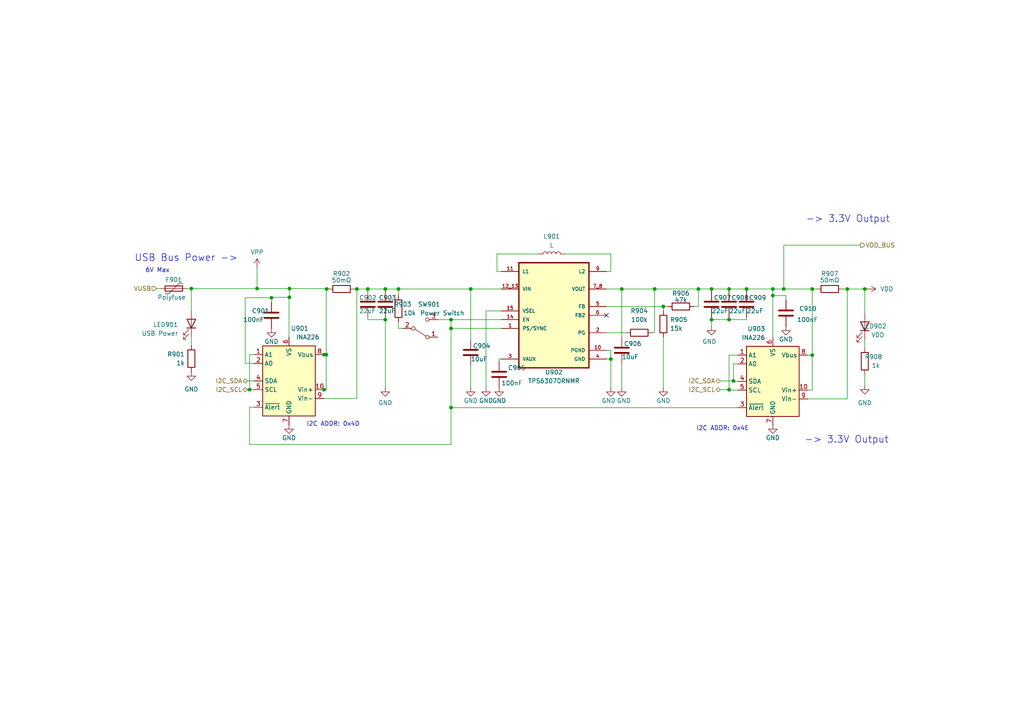
<source format=kicad_sch>
(kicad_sch
	(version 20231120)
	(generator "eeschema")
	(generator_version "8.0")
	(uuid "ed97c6c4-a1a7-4dde-a640-89eca815dd0d")
	(paper "A4")
	(lib_symbols
		(symbol "Device:C"
			(pin_numbers hide)
			(pin_names
				(offset 0.254)
			)
			(exclude_from_sim no)
			(in_bom yes)
			(on_board yes)
			(property "Reference" "C"
				(at 0.635 2.54 0)
				(effects
					(font
						(size 1.27 1.27)
					)
					(justify left)
				)
			)
			(property "Value" "C"
				(at 0.635 -2.54 0)
				(effects
					(font
						(size 1.27 1.27)
					)
					(justify left)
				)
			)
			(property "Footprint" ""
				(at 0.9652 -3.81 0)
				(effects
					(font
						(size 1.27 1.27)
					)
					(hide yes)
				)
			)
			(property "Datasheet" "~"
				(at 0 0 0)
				(effects
					(font
						(size 1.27 1.27)
					)
					(hide yes)
				)
			)
			(property "Description" "Unpolarized capacitor"
				(at 0 0 0)
				(effects
					(font
						(size 1.27 1.27)
					)
					(hide yes)
				)
			)
			(property "ki_keywords" "cap capacitor"
				(at 0 0 0)
				(effects
					(font
						(size 1.27 1.27)
					)
					(hide yes)
				)
			)
			(property "ki_fp_filters" "C_*"
				(at 0 0 0)
				(effects
					(font
						(size 1.27 1.27)
					)
					(hide yes)
				)
			)
			(symbol "C_0_1"
				(polyline
					(pts
						(xy -2.032 -0.762) (xy 2.032 -0.762)
					)
					(stroke
						(width 0.508)
						(type default)
					)
					(fill
						(type none)
					)
				)
				(polyline
					(pts
						(xy -2.032 0.762) (xy 2.032 0.762)
					)
					(stroke
						(width 0.508)
						(type default)
					)
					(fill
						(type none)
					)
				)
			)
			(symbol "C_1_1"
				(pin passive line
					(at 0 3.81 270)
					(length 2.794)
					(name "~"
						(effects
							(font
								(size 1.27 1.27)
							)
						)
					)
					(number "1"
						(effects
							(font
								(size 1.27 1.27)
							)
						)
					)
				)
				(pin passive line
					(at 0 -3.81 90)
					(length 2.794)
					(name "~"
						(effects
							(font
								(size 1.27 1.27)
							)
						)
					)
					(number "2"
						(effects
							(font
								(size 1.27 1.27)
							)
						)
					)
				)
			)
		)
		(symbol "Device:L"
			(pin_numbers hide)
			(pin_names
				(offset 1.016) hide)
			(exclude_from_sim no)
			(in_bom yes)
			(on_board yes)
			(property "Reference" "L"
				(at -1.27 0 90)
				(effects
					(font
						(size 1.27 1.27)
					)
				)
			)
			(property "Value" "L"
				(at 1.905 0 90)
				(effects
					(font
						(size 1.27 1.27)
					)
				)
			)
			(property "Footprint" ""
				(at 0 0 0)
				(effects
					(font
						(size 1.27 1.27)
					)
					(hide yes)
				)
			)
			(property "Datasheet" "~"
				(at 0 0 0)
				(effects
					(font
						(size 1.27 1.27)
					)
					(hide yes)
				)
			)
			(property "Description" "Inductor"
				(at 0 0 0)
				(effects
					(font
						(size 1.27 1.27)
					)
					(hide yes)
				)
			)
			(property "ki_keywords" "inductor choke coil reactor magnetic"
				(at 0 0 0)
				(effects
					(font
						(size 1.27 1.27)
					)
					(hide yes)
				)
			)
			(property "ki_fp_filters" "Choke_* *Coil* Inductor_* L_*"
				(at 0 0 0)
				(effects
					(font
						(size 1.27 1.27)
					)
					(hide yes)
				)
			)
			(symbol "L_0_1"
				(arc
					(start 0 -2.54)
					(mid 0.6323 -1.905)
					(end 0 -1.27)
					(stroke
						(width 0)
						(type default)
					)
					(fill
						(type none)
					)
				)
				(arc
					(start 0 -1.27)
					(mid 0.6323 -0.635)
					(end 0 0)
					(stroke
						(width 0)
						(type default)
					)
					(fill
						(type none)
					)
				)
				(arc
					(start 0 0)
					(mid 0.6323 0.635)
					(end 0 1.27)
					(stroke
						(width 0)
						(type default)
					)
					(fill
						(type none)
					)
				)
				(arc
					(start 0 1.27)
					(mid 0.6323 1.905)
					(end 0 2.54)
					(stroke
						(width 0)
						(type default)
					)
					(fill
						(type none)
					)
				)
			)
			(symbol "L_1_1"
				(pin passive line
					(at 0 3.81 270)
					(length 1.27)
					(name "1"
						(effects
							(font
								(size 1.27 1.27)
							)
						)
					)
					(number "1"
						(effects
							(font
								(size 1.27 1.27)
							)
						)
					)
				)
				(pin passive line
					(at 0 -3.81 90)
					(length 1.27)
					(name "2"
						(effects
							(font
								(size 1.27 1.27)
							)
						)
					)
					(number "2"
						(effects
							(font
								(size 1.27 1.27)
							)
						)
					)
				)
			)
		)
		(symbol "Device:LED"
			(pin_numbers hide)
			(pin_names
				(offset 1.016) hide)
			(exclude_from_sim no)
			(in_bom yes)
			(on_board yes)
			(property "Reference" "D"
				(at 0 2.54 0)
				(effects
					(font
						(size 1.27 1.27)
					)
				)
			)
			(property "Value" "LED"
				(at 0 -2.54 0)
				(effects
					(font
						(size 1.27 1.27)
					)
				)
			)
			(property "Footprint" ""
				(at 0 0 0)
				(effects
					(font
						(size 1.27 1.27)
					)
					(hide yes)
				)
			)
			(property "Datasheet" "~"
				(at 0 0 0)
				(effects
					(font
						(size 1.27 1.27)
					)
					(hide yes)
				)
			)
			(property "Description" "Light emitting diode"
				(at 0 0 0)
				(effects
					(font
						(size 1.27 1.27)
					)
					(hide yes)
				)
			)
			(property "ki_keywords" "LED diode"
				(at 0 0 0)
				(effects
					(font
						(size 1.27 1.27)
					)
					(hide yes)
				)
			)
			(property "ki_fp_filters" "LED* LED_SMD:* LED_THT:*"
				(at 0 0 0)
				(effects
					(font
						(size 1.27 1.27)
					)
					(hide yes)
				)
			)
			(symbol "LED_0_1"
				(polyline
					(pts
						(xy -1.27 -1.27) (xy -1.27 1.27)
					)
					(stroke
						(width 0.254)
						(type default)
					)
					(fill
						(type none)
					)
				)
				(polyline
					(pts
						(xy -1.27 0) (xy 1.27 0)
					)
					(stroke
						(width 0)
						(type default)
					)
					(fill
						(type none)
					)
				)
				(polyline
					(pts
						(xy 1.27 -1.27) (xy 1.27 1.27) (xy -1.27 0) (xy 1.27 -1.27)
					)
					(stroke
						(width 0.254)
						(type default)
					)
					(fill
						(type none)
					)
				)
				(polyline
					(pts
						(xy -3.048 -0.762) (xy -4.572 -2.286) (xy -3.81 -2.286) (xy -4.572 -2.286) (xy -4.572 -1.524)
					)
					(stroke
						(width 0)
						(type default)
					)
					(fill
						(type none)
					)
				)
				(polyline
					(pts
						(xy -1.778 -0.762) (xy -3.302 -2.286) (xy -2.54 -2.286) (xy -3.302 -2.286) (xy -3.302 -1.524)
					)
					(stroke
						(width 0)
						(type default)
					)
					(fill
						(type none)
					)
				)
			)
			(symbol "LED_1_1"
				(pin passive line
					(at -3.81 0 0)
					(length 2.54)
					(name "K"
						(effects
							(font
								(size 1.27 1.27)
							)
						)
					)
					(number "1"
						(effects
							(font
								(size 1.27 1.27)
							)
						)
					)
				)
				(pin passive line
					(at 3.81 0 180)
					(length 2.54)
					(name "A"
						(effects
							(font
								(size 1.27 1.27)
							)
						)
					)
					(number "2"
						(effects
							(font
								(size 1.27 1.27)
							)
						)
					)
				)
			)
		)
		(symbol "Device:Polyfuse"
			(pin_numbers hide)
			(pin_names
				(offset 0)
			)
			(exclude_from_sim no)
			(in_bom yes)
			(on_board yes)
			(property "Reference" "F"
				(at -2.54 0 90)
				(effects
					(font
						(size 1.27 1.27)
					)
				)
			)
			(property "Value" "Polyfuse"
				(at 2.54 0 90)
				(effects
					(font
						(size 1.27 1.27)
					)
				)
			)
			(property "Footprint" ""
				(at 1.27 -5.08 0)
				(effects
					(font
						(size 1.27 1.27)
					)
					(justify left)
					(hide yes)
				)
			)
			(property "Datasheet" "~"
				(at 0 0 0)
				(effects
					(font
						(size 1.27 1.27)
					)
					(hide yes)
				)
			)
			(property "Description" "Resettable fuse, polymeric positive temperature coefficient"
				(at 0 0 0)
				(effects
					(font
						(size 1.27 1.27)
					)
					(hide yes)
				)
			)
			(property "ki_keywords" "resettable fuse PTC PPTC polyfuse polyswitch"
				(at 0 0 0)
				(effects
					(font
						(size 1.27 1.27)
					)
					(hide yes)
				)
			)
			(property "ki_fp_filters" "*polyfuse* *PTC*"
				(at 0 0 0)
				(effects
					(font
						(size 1.27 1.27)
					)
					(hide yes)
				)
			)
			(symbol "Polyfuse_0_1"
				(rectangle
					(start -0.762 2.54)
					(end 0.762 -2.54)
					(stroke
						(width 0.254)
						(type default)
					)
					(fill
						(type none)
					)
				)
				(polyline
					(pts
						(xy 0 2.54) (xy 0 -2.54)
					)
					(stroke
						(width 0)
						(type default)
					)
					(fill
						(type none)
					)
				)
				(polyline
					(pts
						(xy -1.524 2.54) (xy -1.524 1.524) (xy 1.524 -1.524) (xy 1.524 -2.54)
					)
					(stroke
						(width 0)
						(type default)
					)
					(fill
						(type none)
					)
				)
			)
			(symbol "Polyfuse_1_1"
				(pin passive line
					(at 0 3.81 270)
					(length 1.27)
					(name "~"
						(effects
							(font
								(size 1.27 1.27)
							)
						)
					)
					(number "1"
						(effects
							(font
								(size 1.27 1.27)
							)
						)
					)
				)
				(pin passive line
					(at 0 -3.81 90)
					(length 1.27)
					(name "~"
						(effects
							(font
								(size 1.27 1.27)
							)
						)
					)
					(number "2"
						(effects
							(font
								(size 1.27 1.27)
							)
						)
					)
				)
			)
		)
		(symbol "Device:R"
			(pin_numbers hide)
			(pin_names
				(offset 0)
			)
			(exclude_from_sim no)
			(in_bom yes)
			(on_board yes)
			(property "Reference" "R"
				(at 2.032 0 90)
				(effects
					(font
						(size 1.27 1.27)
					)
				)
			)
			(property "Value" "R"
				(at 0 0 90)
				(effects
					(font
						(size 1.27 1.27)
					)
				)
			)
			(property "Footprint" ""
				(at -1.778 0 90)
				(effects
					(font
						(size 1.27 1.27)
					)
					(hide yes)
				)
			)
			(property "Datasheet" "~"
				(at 0 0 0)
				(effects
					(font
						(size 1.27 1.27)
					)
					(hide yes)
				)
			)
			(property "Description" "Resistor"
				(at 0 0 0)
				(effects
					(font
						(size 1.27 1.27)
					)
					(hide yes)
				)
			)
			(property "ki_keywords" "R res resistor"
				(at 0 0 0)
				(effects
					(font
						(size 1.27 1.27)
					)
					(hide yes)
				)
			)
			(property "ki_fp_filters" "R_*"
				(at 0 0 0)
				(effects
					(font
						(size 1.27 1.27)
					)
					(hide yes)
				)
			)
			(symbol "R_0_1"
				(rectangle
					(start -1.016 -2.54)
					(end 1.016 2.54)
					(stroke
						(width 0.254)
						(type default)
					)
					(fill
						(type none)
					)
				)
			)
			(symbol "R_1_1"
				(pin passive line
					(at 0 3.81 270)
					(length 1.27)
					(name "~"
						(effects
							(font
								(size 1.27 1.27)
							)
						)
					)
					(number "1"
						(effects
							(font
								(size 1.27 1.27)
							)
						)
					)
				)
				(pin passive line
					(at 0 -3.81 90)
					(length 1.27)
					(name "~"
						(effects
							(font
								(size 1.27 1.27)
							)
						)
					)
					(number "2"
						(effects
							(font
								(size 1.27 1.27)
							)
						)
					)
				)
			)
		)
		(symbol "Sensor_Energy:INA226"
			(exclude_from_sim no)
			(in_bom yes)
			(on_board yes)
			(property "Reference" "U"
				(at -6.35 11.43 0)
				(effects
					(font
						(size 1.27 1.27)
					)
				)
			)
			(property "Value" "INA226"
				(at 3.81 11.43 0)
				(effects
					(font
						(size 1.27 1.27)
					)
				)
			)
			(property "Footprint" "Package_SO:VSSOP-10_3x3mm_P0.5mm"
				(at 20.32 -11.43 0)
				(effects
					(font
						(size 1.27 1.27)
					)
					(hide yes)
				)
			)
			(property "Datasheet" "http://www.ti.com/lit/ds/symlink/ina226.pdf"
				(at 8.89 -2.54 0)
				(effects
					(font
						(size 1.27 1.27)
					)
					(hide yes)
				)
			)
			(property "Description" "High-Side or Low-Side Measurement, Bi-Directional Current and Power Monitor (0-36V) with I2C Compatible Interface, VSSOP-10"
				(at 0 0 0)
				(effects
					(font
						(size 1.27 1.27)
					)
					(hide yes)
				)
			)
			(property "ki_keywords" "ADC I2C 16-Bit Oversampling Current Shunt"
				(at 0 0 0)
				(effects
					(font
						(size 1.27 1.27)
					)
					(hide yes)
				)
			)
			(property "ki_fp_filters" "VSSOP*3x3mm*P0.5mm*"
				(at 0 0 0)
				(effects
					(font
						(size 1.27 1.27)
					)
					(hide yes)
				)
			)
			(symbol "INA226_0_1"
				(rectangle
					(start 7.62 10.16)
					(end -7.62 -10.16)
					(stroke
						(width 0.254)
						(type default)
					)
					(fill
						(type background)
					)
				)
			)
			(symbol "INA226_1_1"
				(pin input line
					(at 10.16 7.62 180)
					(length 2.54)
					(name "A1"
						(effects
							(font
								(size 1.27 1.27)
							)
						)
					)
					(number "1"
						(effects
							(font
								(size 1.27 1.27)
							)
						)
					)
				)
				(pin input line
					(at -10.16 -2.54 0)
					(length 2.54)
					(name "Vin+"
						(effects
							(font
								(size 1.27 1.27)
							)
						)
					)
					(number "10"
						(effects
							(font
								(size 1.27 1.27)
							)
						)
					)
				)
				(pin input line
					(at 10.16 5.08 180)
					(length 2.54)
					(name "A0"
						(effects
							(font
								(size 1.27 1.27)
							)
						)
					)
					(number "2"
						(effects
							(font
								(size 1.27 1.27)
							)
						)
					)
				)
				(pin open_collector line
					(at 10.16 -7.62 180)
					(length 2.54)
					(name "~{Alert}"
						(effects
							(font
								(size 1.27 1.27)
							)
						)
					)
					(number "3"
						(effects
							(font
								(size 1.27 1.27)
							)
						)
					)
				)
				(pin bidirectional line
					(at 10.16 0 180)
					(length 2.54)
					(name "SDA"
						(effects
							(font
								(size 1.27 1.27)
							)
						)
					)
					(number "4"
						(effects
							(font
								(size 1.27 1.27)
							)
						)
					)
				)
				(pin input line
					(at 10.16 -2.54 180)
					(length 2.54)
					(name "SCL"
						(effects
							(font
								(size 1.27 1.27)
							)
						)
					)
					(number "5"
						(effects
							(font
								(size 1.27 1.27)
							)
						)
					)
				)
				(pin power_in line
					(at 0 12.7 270)
					(length 2.54)
					(name "VS"
						(effects
							(font
								(size 1.27 1.27)
							)
						)
					)
					(number "6"
						(effects
							(font
								(size 1.27 1.27)
							)
						)
					)
				)
				(pin power_in line
					(at 0 -12.7 90)
					(length 2.54)
					(name "GND"
						(effects
							(font
								(size 1.27 1.27)
							)
						)
					)
					(number "7"
						(effects
							(font
								(size 1.27 1.27)
							)
						)
					)
				)
				(pin input line
					(at -10.16 7.62 0)
					(length 2.54)
					(name "Vbus"
						(effects
							(font
								(size 1.27 1.27)
							)
						)
					)
					(number "8"
						(effects
							(font
								(size 1.27 1.27)
							)
						)
					)
				)
				(pin input line
					(at -10.16 -5.08 0)
					(length 2.54)
					(name "Vin-"
						(effects
							(font
								(size 1.27 1.27)
							)
						)
					)
					(number "9"
						(effects
							(font
								(size 1.27 1.27)
							)
						)
					)
				)
			)
		)
		(symbol "Switch:SW_SPDT"
			(pin_names
				(offset 0) hide)
			(exclude_from_sim no)
			(in_bom yes)
			(on_board yes)
			(property "Reference" "SW"
				(at 0 4.318 0)
				(effects
					(font
						(size 1.27 1.27)
					)
				)
			)
			(property "Value" "SW_SPDT"
				(at 0 -5.08 0)
				(effects
					(font
						(size 1.27 1.27)
					)
				)
			)
			(property "Footprint" ""
				(at 0 0 0)
				(effects
					(font
						(size 1.27 1.27)
					)
					(hide yes)
				)
			)
			(property "Datasheet" "~"
				(at 0 0 0)
				(effects
					(font
						(size 1.27 1.27)
					)
					(hide yes)
				)
			)
			(property "Description" "Switch, single pole double throw"
				(at 0 0 0)
				(effects
					(font
						(size 1.27 1.27)
					)
					(hide yes)
				)
			)
			(property "ki_keywords" "switch single-pole double-throw spdt ON-ON"
				(at 0 0 0)
				(effects
					(font
						(size 1.27 1.27)
					)
					(hide yes)
				)
			)
			(symbol "SW_SPDT_0_0"
				(circle
					(center -2.032 0)
					(radius 0.508)
					(stroke
						(width 0)
						(type default)
					)
					(fill
						(type none)
					)
				)
				(circle
					(center 2.032 -2.54)
					(radius 0.508)
					(stroke
						(width 0)
						(type default)
					)
					(fill
						(type none)
					)
				)
			)
			(symbol "SW_SPDT_0_1"
				(polyline
					(pts
						(xy -1.524 0.254) (xy 1.651 2.286)
					)
					(stroke
						(width 0)
						(type default)
					)
					(fill
						(type none)
					)
				)
				(circle
					(center 2.032 2.54)
					(radius 0.508)
					(stroke
						(width 0)
						(type default)
					)
					(fill
						(type none)
					)
				)
			)
			(symbol "SW_SPDT_1_1"
				(pin passive line
					(at 5.08 2.54 180)
					(length 2.54)
					(name "A"
						(effects
							(font
								(size 1.27 1.27)
							)
						)
					)
					(number "1"
						(effects
							(font
								(size 1.27 1.27)
							)
						)
					)
				)
				(pin passive line
					(at -5.08 0 0)
					(length 2.54)
					(name "B"
						(effects
							(font
								(size 1.27 1.27)
							)
						)
					)
					(number "2"
						(effects
							(font
								(size 1.27 1.27)
							)
						)
					)
				)
				(pin passive line
					(at 5.08 -2.54 180)
					(length 2.54)
					(name "C"
						(effects
							(font
								(size 1.27 1.27)
							)
						)
					)
					(number "3"
						(effects
							(font
								(size 1.27 1.27)
							)
						)
					)
				)
			)
		)
		(symbol "WOBCLibrary:TPS63070RNMR"
			(pin_names
				(offset 1.016)
			)
			(exclude_from_sim no)
			(in_bom yes)
			(on_board yes)
			(property "Reference" "U"
				(at -12.7 29.21 0)
				(effects
					(font
						(size 1.27 1.27)
					)
					(justify left bottom)
				)
			)
			(property "Value" "TPS63070RNMR"
				(at -12.7 -19.24 0)
				(effects
					(font
						(size 1.27 1.27)
					)
					(justify left bottom)
				)
			)
			(property "Footprint" "WOBCLibrary:VREG_TPS63070RNMR"
				(at 0 37.1 0)
				(effects
					(font
						(size 1.27 1.27)
					)
					(justify bottom)
					(hide yes)
				)
			)
			(property "Datasheet" ""
				(at 0 0 0)
				(effects
					(font
						(size 1.27 1.27)
					)
					(hide yes)
				)
			)
			(property "Description" "\nWide input voltage (2V-16V) buck-boost converter\n"
				(at -1.27 47.26 0)
				(effects
					(font
						(size 1.27 1.27)
					)
					(justify bottom)
					(hide yes)
				)
			)
			(property "MF" "Texas Instruments"
				(at 0 22.86 0)
				(effects
					(font
						(size 1.27 1.27)
					)
					(justify bottom)
					(hide yes)
				)
			)
			(property "Package" "VQFN-HR-15 Texas Instruments"
				(at 0 30.75 0)
				(effects
					(font
						(size 1.27 1.27)
					)
					(justify bottom)
					(hide yes)
				)
			)
			(property "Price" "None"
				(at 0 25.4 0)
				(effects
					(font
						(size 1.27 1.27)
					)
					(justify bottom)
					(hide yes)
				)
			)
			(property "SnapEDA_Link" "https://www.snapeda.com/parts/TPS63070RNMR/Texas+Instruments/view-part/?ref=snap"
				(at 1.27 40.91 0)
				(effects
					(font
						(size 1.27 1.27)
					)
					(justify bottom)
					(hide yes)
				)
			)
			(property "MP" "TPS63070RNMR"
				(at 0 27.94 0)
				(effects
					(font
						(size 1.27 1.27)
					)
					(justify bottom)
					(hide yes)
				)
			)
			(property "Purchase-URL" "https://www.snapeda.com/api/url_track_click_mouser/?unipart_id=583017&manufacturer=Texas Instruments&part_name=TPS63070RNMR&search_term=None"
				(at 0 43.45 0)
				(effects
					(font
						(size 1.27 1.27)
					)
					(justify bottom)
					(hide yes)
				)
			)
			(property "Availability" "In Stock"
				(at 0 20.32 0)
				(effects
					(font
						(size 1.27 1.27)
					)
					(justify bottom)
					(hide yes)
				)
			)
			(property "Check_prices" "https://www.snapeda.com/parts/TPS63070RNMR/Texas+Instruments/view-part/?ref=eda"
				(at 0 33.29 0)
				(effects
					(font
						(size 1.27 1.27)
					)
					(justify bottom)
					(hide yes)
				)
			)
			(symbol "TPS63070RNMR_0_0"
				(rectangle
					(start -10.16 15.24)
					(end 10.16 -15.24)
					(stroke
						(width 0.41)
						(type default)
					)
					(fill
						(type background)
					)
				)
				(pin input line
					(at -15.24 -3.81 0)
					(length 5.08)
					(name "PS/SYNC"
						(effects
							(font
								(size 1.016 1.016)
							)
						)
					)
					(number "1"
						(effects
							(font
								(size 1.016 1.016)
							)
						)
					)
				)
				(pin power_in line
					(at 15.24 -10.16 180)
					(length 5.08)
					(name "PGND"
						(effects
							(font
								(size 1.016 1.016)
							)
						)
					)
					(number "10"
						(effects
							(font
								(size 1.016 1.016)
							)
						)
					)
				)
				(pin bidirectional line
					(at -15.24 12.7 0)
					(length 5.08)
					(name "L1"
						(effects
							(font
								(size 1.016 1.016)
							)
						)
					)
					(number "11"
						(effects
							(font
								(size 1.016 1.016)
							)
						)
					)
				)
				(pin input line
					(at -15.24 7.62 0)
					(length 5.08)
					(name "VIN"
						(effects
							(font
								(size 1.016 1.016)
							)
						)
					)
					(number "12_13"
						(effects
							(font
								(size 1.016 1.016)
							)
						)
					)
				)
				(pin input line
					(at -15.24 -1.27 0)
					(length 5.08)
					(name "EN"
						(effects
							(font
								(size 1.016 1.016)
							)
						)
					)
					(number "14"
						(effects
							(font
								(size 1.016 1.016)
							)
						)
					)
				)
				(pin input line
					(at -15.24 1.27 0)
					(length 5.08)
					(name "VSEL"
						(effects
							(font
								(size 1.016 1.016)
							)
						)
					)
					(number "15"
						(effects
							(font
								(size 1.016 1.016)
							)
						)
					)
				)
				(pin output line
					(at 15.24 -5.08 180)
					(length 5.08)
					(name "PG"
						(effects
							(font
								(size 1.016 1.016)
							)
						)
					)
					(number "2"
						(effects
							(font
								(size 1.016 1.016)
							)
						)
					)
				)
				(pin output line
					(at -15.24 -12.7 0)
					(length 5.08)
					(name "VAUX"
						(effects
							(font
								(size 1.016 1.016)
							)
						)
					)
					(number "3"
						(effects
							(font
								(size 1.016 1.016)
							)
						)
					)
				)
				(pin power_in line
					(at 15.24 -12.7 180)
					(length 5.08)
					(name "GND"
						(effects
							(font
								(size 1.016 1.016)
							)
						)
					)
					(number "4"
						(effects
							(font
								(size 1.016 1.016)
							)
						)
					)
				)
				(pin input line
					(at 15.24 2.54 180)
					(length 5.08)
					(name "FB"
						(effects
							(font
								(size 1.016 1.016)
							)
						)
					)
					(number "5"
						(effects
							(font
								(size 1.016 1.016)
							)
						)
					)
				)
				(pin output line
					(at 15.24 0 180)
					(length 5.08)
					(name "FB2"
						(effects
							(font
								(size 1.016 1.016)
							)
						)
					)
					(number "6"
						(effects
							(font
								(size 1.016 1.016)
							)
						)
					)
				)
				(pin output line
					(at 15.24 7.62 180)
					(length 5.08)
					(name "VOUT"
						(effects
							(font
								(size 1.016 1.016)
							)
						)
					)
					(number "7_8"
						(effects
							(font
								(size 1.016 1.016)
							)
						)
					)
				)
				(pin bidirectional line
					(at 15.24 12.7 180)
					(length 5.08)
					(name "L2"
						(effects
							(font
								(size 1.016 1.016)
							)
						)
					)
					(number "9"
						(effects
							(font
								(size 1.016 1.016)
							)
						)
					)
				)
			)
		)
		(symbol "power:GND"
			(power)
			(pin_names
				(offset 0)
			)
			(exclude_from_sim no)
			(in_bom yes)
			(on_board yes)
			(property "Reference" "#PWR"
				(at 0 -6.35 0)
				(effects
					(font
						(size 1.27 1.27)
					)
					(hide yes)
				)
			)
			(property "Value" "GND"
				(at 0 -3.81 0)
				(effects
					(font
						(size 1.27 1.27)
					)
				)
			)
			(property "Footprint" ""
				(at 0 0 0)
				(effects
					(font
						(size 1.27 1.27)
					)
					(hide yes)
				)
			)
			(property "Datasheet" ""
				(at 0 0 0)
				(effects
					(font
						(size 1.27 1.27)
					)
					(hide yes)
				)
			)
			(property "Description" "Power symbol creates a global label with name \"GND\" , ground"
				(at 0 0 0)
				(effects
					(font
						(size 1.27 1.27)
					)
					(hide yes)
				)
			)
			(property "ki_keywords" "global power"
				(at 0 0 0)
				(effects
					(font
						(size 1.27 1.27)
					)
					(hide yes)
				)
			)
			(symbol "GND_0_1"
				(polyline
					(pts
						(xy 0 0) (xy 0 -1.27) (xy 1.27 -1.27) (xy 0 -2.54) (xy -1.27 -1.27) (xy 0 -1.27)
					)
					(stroke
						(width 0)
						(type default)
					)
					(fill
						(type none)
					)
				)
			)
			(symbol "GND_1_1"
				(pin power_in line
					(at 0 0 270)
					(length 0) hide
					(name "GND"
						(effects
							(font
								(size 1.27 1.27)
							)
						)
					)
					(number "1"
						(effects
							(font
								(size 1.27 1.27)
							)
						)
					)
				)
			)
		)
		(symbol "power:VDD"
			(power)
			(pin_names
				(offset 0)
			)
			(exclude_from_sim no)
			(in_bom yes)
			(on_board yes)
			(property "Reference" "#PWR"
				(at 0 -3.81 0)
				(effects
					(font
						(size 1.27 1.27)
					)
					(hide yes)
				)
			)
			(property "Value" "VDD"
				(at 0 3.81 0)
				(effects
					(font
						(size 1.27 1.27)
					)
				)
			)
			(property "Footprint" ""
				(at 0 0 0)
				(effects
					(font
						(size 1.27 1.27)
					)
					(hide yes)
				)
			)
			(property "Datasheet" ""
				(at 0 0 0)
				(effects
					(font
						(size 1.27 1.27)
					)
					(hide yes)
				)
			)
			(property "Description" "Power symbol creates a global label with name \"VDD\""
				(at 0 0 0)
				(effects
					(font
						(size 1.27 1.27)
					)
					(hide yes)
				)
			)
			(property "ki_keywords" "global power"
				(at 0 0 0)
				(effects
					(font
						(size 1.27 1.27)
					)
					(hide yes)
				)
			)
			(symbol "VDD_0_1"
				(polyline
					(pts
						(xy -0.762 1.27) (xy 0 2.54)
					)
					(stroke
						(width 0)
						(type default)
					)
					(fill
						(type none)
					)
				)
				(polyline
					(pts
						(xy 0 0) (xy 0 2.54)
					)
					(stroke
						(width 0)
						(type default)
					)
					(fill
						(type none)
					)
				)
				(polyline
					(pts
						(xy 0 2.54) (xy 0.762 1.27)
					)
					(stroke
						(width 0)
						(type default)
					)
					(fill
						(type none)
					)
				)
			)
			(symbol "VDD_1_1"
				(pin power_in line
					(at 0 0 90)
					(length 0) hide
					(name "VDD"
						(effects
							(font
								(size 1.27 1.27)
							)
						)
					)
					(number "1"
						(effects
							(font
								(size 1.27 1.27)
							)
						)
					)
				)
			)
		)
		(symbol "power:VPP"
			(power)
			(pin_names
				(offset 0)
			)
			(exclude_from_sim no)
			(in_bom yes)
			(on_board yes)
			(property "Reference" "#PWR"
				(at 0 -3.81 0)
				(effects
					(font
						(size 1.27 1.27)
					)
					(hide yes)
				)
			)
			(property "Value" "VPP"
				(at 0 3.81 0)
				(effects
					(font
						(size 1.27 1.27)
					)
				)
			)
			(property "Footprint" ""
				(at 0 0 0)
				(effects
					(font
						(size 1.27 1.27)
					)
					(hide yes)
				)
			)
			(property "Datasheet" ""
				(at 0 0 0)
				(effects
					(font
						(size 1.27 1.27)
					)
					(hide yes)
				)
			)
			(property "Description" "Power symbol creates a global label with name \"VPP\""
				(at 0 0 0)
				(effects
					(font
						(size 1.27 1.27)
					)
					(hide yes)
				)
			)
			(property "ki_keywords" "global power"
				(at 0 0 0)
				(effects
					(font
						(size 1.27 1.27)
					)
					(hide yes)
				)
			)
			(symbol "VPP_0_1"
				(polyline
					(pts
						(xy -0.762 1.27) (xy 0 2.54)
					)
					(stroke
						(width 0)
						(type default)
					)
					(fill
						(type none)
					)
				)
				(polyline
					(pts
						(xy 0 0) (xy 0 2.54)
					)
					(stroke
						(width 0)
						(type default)
					)
					(fill
						(type none)
					)
				)
				(polyline
					(pts
						(xy 0 2.54) (xy 0.762 1.27)
					)
					(stroke
						(width 0)
						(type default)
					)
					(fill
						(type none)
					)
				)
			)
			(symbol "VPP_1_1"
				(pin power_in line
					(at 0 0 90)
					(length 0) hide
					(name "VPP"
						(effects
							(font
								(size 1.27 1.27)
							)
						)
					)
					(number "1"
						(effects
							(font
								(size 1.27 1.27)
							)
						)
					)
				)
			)
		)
	)
	(junction
		(at 115.57 83.82)
		(diameter 0)
		(color 0 0 0 0)
		(uuid "04b5ff48-69ec-40f9-b8f8-6e6151f8682d")
	)
	(junction
		(at 211.455 113.03)
		(diameter 0)
		(color 0 0 0 0)
		(uuid "0aafc698-ce5f-47d9-b763-6a803d49049a")
	)
	(junction
		(at 111.76 83.82)
		(diameter 0)
		(color 0 0 0 0)
		(uuid "19b18d3c-195d-48f9-89ec-397dd35736be")
	)
	(junction
		(at 72.39 113.03)
		(diameter 0)
		(color 0 0 0 0)
		(uuid "1a36020e-6f25-4d0a-a85e-cfc48adc3cd3")
	)
	(junction
		(at 235.585 102.997)
		(diameter 0)
		(color 0 0 0 0)
		(uuid "1a8377a2-2f76-4976-b45c-6c06be47f3f5")
	)
	(junction
		(at 192.405 88.9)
		(diameter 0)
		(color 0 0 0 0)
		(uuid "1c3ff8a7-f7f7-421f-b514-77806b2a4469")
	)
	(junction
		(at 136.525 83.82)
		(diameter 0)
		(color 0 0 0 0)
		(uuid "1c8c2e2c-90a2-48ed-9977-4fcae32f584e")
	)
	(junction
		(at 224.155 83.82)
		(diameter 0)
		(color 0 0 0 0)
		(uuid "23534efc-e18c-4a7f-9225-e7c02c374ba3")
	)
	(junction
		(at 235.585 83.82)
		(diameter 0)
		(color 0 0 0 0)
		(uuid "2a9386f5-2cd2-41da-9bac-128a6947c1c6")
	)
	(junction
		(at 106.68 83.82)
		(diameter 0)
		(color 0 0 0 0)
		(uuid "2bb9e9f2-e1db-43dd-a8c1-df26cb2a0adb")
	)
	(junction
		(at 74.549 83.693)
		(diameter 0)
		(color 0 0 0 0)
		(uuid "314ab4da-dd4d-4617-8cff-27f57ed8b0dc")
	)
	(junction
		(at 227.33 83.82)
		(diameter 0)
		(color 0 0 0 0)
		(uuid "3199a3e1-7b32-4f68-8711-de6392fbf4c9")
	)
	(junction
		(at 180.34 83.82)
		(diameter 0)
		(color 0 0 0 0)
		(uuid "33c08cd0-6668-4766-964e-97ac91a0050f")
	)
	(junction
		(at 93.98 113.03)
		(diameter 0)
		(color 0 0 0 0)
		(uuid "4d18b181-c4a3-46b3-86e4-b7a92be037a4")
	)
	(junction
		(at 206.375 92.71)
		(diameter 0)
		(color 0 0 0 0)
		(uuid "4db80434-abac-4cd0-b9a7-953dc713edf5")
	)
	(junction
		(at 103.505 83.82)
		(diameter 0)
		(color 0 0 0 0)
		(uuid "57446699-2af3-4942-a6a9-2269133dacaf")
	)
	(junction
		(at 250.825 83.82)
		(diameter 0)
		(color 0 0 0 0)
		(uuid "58ed888c-0ec7-4400-9a9e-67c0db903c0d")
	)
	(junction
		(at 83.947 83.693)
		(diameter 0)
		(color 0 0 0 0)
		(uuid "5b470ee1-040b-43f0-9508-b8e2c353a632")
	)
	(junction
		(at 130.81 95.25)
		(diameter 0)
		(color 0 0 0 0)
		(uuid "64302df0-6c11-46dc-8d89-d6de00ec8825")
	)
	(junction
		(at 202.565 83.82)
		(diameter 0)
		(color 0 0 0 0)
		(uuid "67107851-8336-4a7a-8b58-31c36709694d")
	)
	(junction
		(at 111.76 92.71)
		(diameter 0)
		(color 0 0 0 0)
		(uuid "7d6c7db3-33bb-4103-ba80-8fa92a3cfb60")
	)
	(junction
		(at 216.535 83.82)
		(diameter 0)
		(color 0 0 0 0)
		(uuid "85aa0c90-a76f-49e5-9cae-31d692917586")
	)
	(junction
		(at 93.98 102.87)
		(diameter 0)
		(color 0 0 0 0)
		(uuid "889b174f-e238-4b1a-a799-38155c440276")
	)
	(junction
		(at 130.81 92.71)
		(diameter 0)
		(color 0 0 0 0)
		(uuid "895b846d-338c-48d8-bd6e-db01c8b49d26")
	)
	(junction
		(at 177.165 104.14)
		(diameter 0)
		(color 0 0 0 0)
		(uuid "8c5332a1-81ef-4534-92c7-453d0e24f48b")
	)
	(junction
		(at 94.615 102.87)
		(diameter 0)
		(color 0 0 0 0)
		(uuid "98c2f61f-2d27-4284-9ee6-2347c8ad0835")
	)
	(junction
		(at 189.865 83.82)
		(diameter 0)
		(color 0 0 0 0)
		(uuid "9d597359-878c-46bb-9c3f-e308141074d3")
	)
	(junction
		(at 211.455 83.82)
		(diameter 0)
		(color 0 0 0 0)
		(uuid "9fe89b7b-afb8-46a1-8657-eef43d3c62af")
	)
	(junction
		(at 55.499 83.693)
		(diameter 0)
		(color 0 0 0 0)
		(uuid "a851faba-697d-4bdd-8c01-142bc809d943")
	)
	(junction
		(at 211.455 92.71)
		(diameter 0)
		(color 0 0 0 0)
		(uuid "adb8ac3a-3902-4e76-87a7-b9d1575393a2")
	)
	(junction
		(at 206.375 83.82)
		(diameter 0)
		(color 0 0 0 0)
		(uuid "b2b96b9b-ff80-4c78-9481-c1005c01e7e4")
	)
	(junction
		(at 83.947 86.233)
		(diameter 0)
		(color 0 0 0 0)
		(uuid "cad06527-83b4-48b9-bc09-fe4b28bfac50")
	)
	(junction
		(at 212.725 110.49)
		(diameter 0)
		(color 0 0 0 0)
		(uuid "cc2dd72c-9848-49e1-96b9-57190fdffeee")
	)
	(junction
		(at 94.742 83.82)
		(diameter 0)
		(color 0 0 0 0)
		(uuid "cc6f3224-3224-4f60-ac71-ea7ac09fd600")
	)
	(junction
		(at 78.74 86.36)
		(diameter 0)
		(color 0 0 0 0)
		(uuid "cee3ffe8-d3ac-4ea8-9c8a-82b2316c2293")
	)
	(junction
		(at 245.745 83.82)
		(diameter 0)
		(color 0 0 0 0)
		(uuid "d030b1e3-6669-4b07-9254-cdd0e69968c9")
	)
	(junction
		(at 130.81 118.237)
		(diameter 0)
		(color 0 0 0 0)
		(uuid "da4b7bd0-3bc8-496a-a3be-8c746ff1b0e4")
	)
	(junction
		(at 224.155 85.725)
		(diameter 0)
		(color 0 0 0 0)
		(uuid "fe65f4cf-b9c7-4e00-8aa1-68d407451e88")
	)
	(no_connect
		(at 175.895 91.44)
		(uuid "2ee2f89b-f8c3-42e9-b9c8-b58f6a933366")
	)
	(wire
		(pts
			(xy 72.39 113.03) (xy 73.66 113.03)
		)
		(stroke
			(width 0)
			(type default)
		)
		(uuid "04559a26-4e04-4753-b88f-66d453e4fb65")
	)
	(wire
		(pts
			(xy 206.375 83.82) (xy 211.455 83.82)
		)
		(stroke
			(width 0)
			(type default)
		)
		(uuid "05422f08-c43c-44bc-a40d-bb6167e3ce52")
	)
	(wire
		(pts
			(xy 71.755 113.03) (xy 72.39 113.03)
		)
		(stroke
			(width 0)
			(type default)
		)
		(uuid "07983c2e-56f7-409f-9e83-42ca0eff7a57")
	)
	(wire
		(pts
			(xy 93.98 102.87) (xy 94.615 102.87)
		)
		(stroke
			(width 0)
			(type default)
		)
		(uuid "080a235c-af09-4ea1-86aa-df53dbed5072")
	)
	(wire
		(pts
			(xy 93.98 113.03) (xy 94.615 113.03)
		)
		(stroke
			(width 0)
			(type default)
		)
		(uuid "08729704-5087-4a15-bdf7-3c52692da594")
	)
	(wire
		(pts
			(xy 208.915 110.49) (xy 212.725 110.49)
		)
		(stroke
			(width 0)
			(type default)
		)
		(uuid "0988e568-ce1b-4ed2-bfa5-0b748937a7f6")
	)
	(wire
		(pts
			(xy 224.155 83.82) (xy 224.155 85.725)
		)
		(stroke
			(width 0)
			(type default)
		)
		(uuid "0d5b3f7a-de37-4e81-a0b6-f000029e7da3")
	)
	(wire
		(pts
			(xy 103.505 115.57) (xy 103.505 83.82)
		)
		(stroke
			(width 0)
			(type default)
		)
		(uuid "0d9b9471-715d-4270-a7a0-a82bc4b7cd06")
	)
	(wire
		(pts
			(xy 234.315 115.697) (xy 245.745 115.697)
		)
		(stroke
			(width 0)
			(type default)
		)
		(uuid "0ea4e261-cb94-45a1-9f82-2860131a3850")
	)
	(wire
		(pts
			(xy 93.98 115.57) (xy 103.505 115.57)
		)
		(stroke
			(width 0)
			(type default)
		)
		(uuid "0eb688e2-aeb8-4c47-af60-66156669bbc2")
	)
	(wire
		(pts
			(xy 106.68 92.075) (xy 106.68 92.71)
		)
		(stroke
			(width 0)
			(type default)
		)
		(uuid "0f2a3163-127d-4471-9a4b-f364a49b6959")
	)
	(wire
		(pts
			(xy 180.34 83.82) (xy 189.865 83.82)
		)
		(stroke
			(width 0)
			(type default)
		)
		(uuid "10bddba1-678f-4173-b077-b4b706877318")
	)
	(wire
		(pts
			(xy 106.68 92.71) (xy 111.76 92.71)
		)
		(stroke
			(width 0)
			(type default)
		)
		(uuid "14a33cfb-466c-4c48-949c-45a9f334a3d7")
	)
	(wire
		(pts
			(xy 180.34 112.395) (xy 180.34 105.41)
		)
		(stroke
			(width 0)
			(type default)
		)
		(uuid "16cfb51d-fcf6-404a-9b2c-fca7ca4b97a0")
	)
	(wire
		(pts
			(xy 94.615 113.03) (xy 94.615 102.87)
		)
		(stroke
			(width 0)
			(type default)
		)
		(uuid "17afdcdd-011c-42ae-8a54-9cb97ffa7781")
	)
	(wire
		(pts
			(xy 144.145 73.66) (xy 144.145 78.74)
		)
		(stroke
			(width 0)
			(type default)
		)
		(uuid "18559c91-682a-4cd3-b9c1-481c5dc5fd16")
	)
	(wire
		(pts
			(xy 115.57 83.82) (xy 115.57 85.725)
		)
		(stroke
			(width 0)
			(type default)
		)
		(uuid "18db2749-3906-4fe3-9a4f-593f7016ef90")
	)
	(wire
		(pts
			(xy 245.745 115.697) (xy 245.745 83.82)
		)
		(stroke
			(width 0)
			(type default)
		)
		(uuid "1927a42c-c436-4049-a042-3d46392c1a8f")
	)
	(wire
		(pts
			(xy 130.81 92.71) (xy 145.415 92.71)
		)
		(stroke
			(width 0)
			(type default)
		)
		(uuid "19bfc9ac-9bf7-439d-b37e-6458bc6f424c")
	)
	(wire
		(pts
			(xy 177.165 104.14) (xy 177.165 112.395)
		)
		(stroke
			(width 0)
			(type default)
		)
		(uuid "1c35facd-12ce-4ced-805b-aab40bf108db")
	)
	(wire
		(pts
			(xy 55.499 100.203) (xy 55.499 97.663)
		)
		(stroke
			(width 0)
			(type default)
		)
		(uuid "1ca2f53a-3ffe-4c8c-84a4-25c8fc0c3b5d")
	)
	(wire
		(pts
			(xy 144.145 78.74) (xy 145.415 78.74)
		)
		(stroke
			(width 0)
			(type default)
		)
		(uuid "1fb8b35b-47bb-4e62-8090-69ff8206f6d7")
	)
	(wire
		(pts
			(xy 245.745 83.82) (xy 250.825 83.82)
		)
		(stroke
			(width 0)
			(type default)
		)
		(uuid "24335936-7129-410c-8c7f-32be5bd42097")
	)
	(wire
		(pts
			(xy 73.66 118.11) (xy 72.39 118.11)
		)
		(stroke
			(width 0)
			(type default)
		)
		(uuid "250105f0-e8be-437e-b91f-743faee15c18")
	)
	(wire
		(pts
			(xy 127 92.71) (xy 130.81 92.71)
		)
		(stroke
			(width 0)
			(type default)
		)
		(uuid "2dee53c7-eac1-4ef6-9401-ee6955d56c93")
	)
	(wire
		(pts
			(xy 55.499 83.693) (xy 55.499 90.043)
		)
		(stroke
			(width 0)
			(type default)
		)
		(uuid "2f667305-db15-422d-8193-8cb70f458f89")
	)
	(wire
		(pts
			(xy 211.455 83.82) (xy 211.455 84.455)
		)
		(stroke
			(width 0)
			(type default)
		)
		(uuid "3690f648-6b20-49cf-81f0-c81d78db23be")
	)
	(wire
		(pts
			(xy 177.165 101.6) (xy 177.165 104.14)
		)
		(stroke
			(width 0)
			(type default)
		)
		(uuid "376b48a9-0f7a-41b7-869f-0bf9dc37f789")
	)
	(wire
		(pts
			(xy 189.865 83.82) (xy 202.565 83.82)
		)
		(stroke
			(width 0)
			(type default)
		)
		(uuid "3bffabaa-82fe-433b-8a03-09d111026877")
	)
	(wire
		(pts
			(xy 250.825 111.76) (xy 250.825 108.585)
		)
		(stroke
			(width 0)
			(type default)
		)
		(uuid "40681013-aca8-490f-a579-131187cdb5c8")
	)
	(wire
		(pts
			(xy 206.375 92.71) (xy 206.375 94.615)
		)
		(stroke
			(width 0)
			(type default)
		)
		(uuid "4070b893-6bce-4089-b4ce-4b8deb11ff37")
	)
	(wire
		(pts
			(xy 224.155 83.82) (xy 227.33 83.82)
		)
		(stroke
			(width 0)
			(type default)
		)
		(uuid "40c06b01-3859-4b42-b0aa-e4cf09ec9b3a")
	)
	(wire
		(pts
			(xy 212.725 110.617) (xy 213.995 110.617)
		)
		(stroke
			(width 0)
			(type default)
		)
		(uuid "40f0466d-b443-4b22-acc2-5fac93467dda")
	)
	(wire
		(pts
			(xy 74.549 83.693) (xy 83.947 83.693)
		)
		(stroke
			(width 0)
			(type default)
		)
		(uuid "43e54de2-f2e5-429c-a9f6-5ff6c63b8d4f")
	)
	(wire
		(pts
			(xy 78.74 86.233) (xy 78.74 86.36)
		)
		(stroke
			(width 0)
			(type default)
		)
		(uuid "43f41fdc-d693-4642-bb2c-a7d9e94a74a3")
	)
	(wire
		(pts
			(xy 227.965 86.995) (xy 227.965 85.725)
		)
		(stroke
			(width 0)
			(type default)
		)
		(uuid "44507cde-03e1-495b-9e4d-5314d50cfc6c")
	)
	(wire
		(pts
			(xy 235.585 83.82) (xy 236.855 83.82)
		)
		(stroke
			(width 0)
			(type default)
		)
		(uuid "4597c2f5-a8c5-4470-a94e-e56af90d027d")
	)
	(wire
		(pts
			(xy 94.742 83.693) (xy 94.742 83.82)
		)
		(stroke
			(width 0)
			(type default)
		)
		(uuid "45f04dc1-6e62-4c36-88dd-3f0853ca6fa0")
	)
	(wire
		(pts
			(xy 211.455 102.997) (xy 213.995 102.997)
		)
		(stroke
			(width 0)
			(type default)
		)
		(uuid "4630355f-b38d-4feb-88a6-02c30d107b1c")
	)
	(wire
		(pts
			(xy 249.555 71.12) (xy 227.33 71.12)
		)
		(stroke
			(width 0)
			(type default)
		)
		(uuid "469d6433-07a6-44ef-a754-90436461b7b7")
	)
	(wire
		(pts
			(xy 83.947 83.693) (xy 83.947 86.233)
		)
		(stroke
			(width 0)
			(type default)
		)
		(uuid "4adeb3e5-42b0-48b1-97e4-dd06c6961e24")
	)
	(wire
		(pts
			(xy 111.76 83.82) (xy 115.57 83.82)
		)
		(stroke
			(width 0)
			(type default)
		)
		(uuid "4b34d21a-cef9-41b7-bfc0-92aa29021826")
	)
	(wire
		(pts
			(xy 175.895 83.82) (xy 180.34 83.82)
		)
		(stroke
			(width 0)
			(type default)
		)
		(uuid "4b8ebcb3-ac09-44f9-bd33-afebe678f1b1")
	)
	(wire
		(pts
			(xy 71.755 110.49) (xy 73.66 110.49)
		)
		(stroke
			(width 0)
			(type default)
		)
		(uuid "4bc0d3be-1a0d-4bba-bf2e-f6a216d4b391")
	)
	(wire
		(pts
			(xy 175.895 88.9) (xy 192.405 88.9)
		)
		(stroke
			(width 0)
			(type default)
		)
		(uuid "4dac93ef-2ba7-4fd2-b868-613370c43c00")
	)
	(wire
		(pts
			(xy 136.525 106.045) (xy 136.525 112.395)
		)
		(stroke
			(width 0)
			(type default)
		)
		(uuid "530da1c6-4b0b-4e19-8888-848e07567c4c")
	)
	(wire
		(pts
			(xy 211.455 92.71) (xy 206.375 92.71)
		)
		(stroke
			(width 0)
			(type default)
		)
		(uuid "559561e9-f9a7-44f6-83f8-41e62825bab8")
	)
	(wire
		(pts
			(xy 192.405 90.17) (xy 192.405 88.9)
		)
		(stroke
			(width 0)
			(type default)
		)
		(uuid "5820d60f-0945-47d1-9719-1776adff20b8")
	)
	(wire
		(pts
			(xy 130.81 128.905) (xy 130.81 118.237)
		)
		(stroke
			(width 0)
			(type default)
		)
		(uuid "602ca626-400e-4e33-99d2-549f5e9abd90")
	)
	(wire
		(pts
			(xy 83.82 86.614) (xy 83.82 97.79)
		)
		(stroke
			(width 0)
			(type default)
		)
		(uuid "6074b6dc-7abf-48c9-afce-ebd3be7c149d")
	)
	(wire
		(pts
			(xy 211.455 113.157) (xy 213.995 113.157)
		)
		(stroke
			(width 0)
			(type default)
		)
		(uuid "642cbdf6-52cd-44af-8c58-fcaa7724bd8a")
	)
	(wire
		(pts
			(xy 106.68 83.82) (xy 111.76 83.82)
		)
		(stroke
			(width 0)
			(type default)
		)
		(uuid "6504cac6-8037-4ae8-b05a-0f8258247139")
	)
	(wire
		(pts
			(xy 73.66 105.41) (xy 71.12 105.41)
		)
		(stroke
			(width 0)
			(type default)
		)
		(uuid "668ef444-5bfe-4fa7-a776-976f7db8efb8")
	)
	(wire
		(pts
			(xy 144.78 104.775) (xy 144.78 104.14)
		)
		(stroke
			(width 0)
			(type default)
		)
		(uuid "693854d9-bb11-4a6b-bf2a-e6eeb1d04559")
	)
	(wire
		(pts
			(xy 140.97 90.17) (xy 140.97 112.395)
		)
		(stroke
			(width 0)
			(type default)
		)
		(uuid "69624b8f-03a0-4208-992c-0b1b682e97a6")
	)
	(wire
		(pts
			(xy 94.742 83.82) (xy 95.25 83.82)
		)
		(stroke
			(width 0)
			(type default)
		)
		(uuid "6d0a15dd-86a8-4108-96e1-662bd2727590")
	)
	(wire
		(pts
			(xy 192.405 88.9) (xy 193.675 88.9)
		)
		(stroke
			(width 0)
			(type default)
		)
		(uuid "6f7453f1-f508-4e3d-8b93-27efa9d2d693")
	)
	(wire
		(pts
			(xy 250.825 100.965) (xy 250.825 98.425)
		)
		(stroke
			(width 0)
			(type default)
		)
		(uuid "70a78da9-f51f-44e1-bcad-d3f9fb4dcdcf")
	)
	(wire
		(pts
			(xy 180.34 83.82) (xy 180.34 97.79)
		)
		(stroke
			(width 0)
			(type default)
		)
		(uuid "74081249-1869-4f50-91d7-43564629d663")
	)
	(wire
		(pts
			(xy 83.947 83.693) (xy 94.742 83.693)
		)
		(stroke
			(width 0)
			(type default)
		)
		(uuid "7616be08-393a-4cd5-b51d-ce843c474e51")
	)
	(wire
		(pts
			(xy 72.39 118.11) (xy 72.39 128.905)
		)
		(stroke
			(width 0)
			(type default)
		)
		(uuid "7a2fd77e-5fd7-4b41-9003-a22e087604e3")
	)
	(wire
		(pts
			(xy 78.74 87.63) (xy 78.74 86.36)
		)
		(stroke
			(width 0)
			(type default)
		)
		(uuid "7bbb7444-daae-4b73-9d1d-94747caff5a8")
	)
	(wire
		(pts
			(xy 227.33 71.12) (xy 227.33 83.82)
		)
		(stroke
			(width 0)
			(type default)
		)
		(uuid "7f8e5894-768c-48a6-b999-54428ac3b379")
	)
	(wire
		(pts
			(xy 145.415 90.17) (xy 140.97 90.17)
		)
		(stroke
			(width 0)
			(type default)
		)
		(uuid "8170b88d-0447-4209-a72c-3de77cc2e7db")
	)
	(wire
		(pts
			(xy 227.33 83.82) (xy 235.585 83.82)
		)
		(stroke
			(width 0)
			(type default)
		)
		(uuid "82cdc746-584a-4a0b-9a6a-720c950fa0c1")
	)
	(wire
		(pts
			(xy 115.57 95.25) (xy 116.84 95.25)
		)
		(stroke
			(width 0)
			(type default)
		)
		(uuid "86e50d69-29ed-43c0-9a10-6fcf9dba6667")
	)
	(wire
		(pts
			(xy 216.535 92.075) (xy 216.535 92.71)
		)
		(stroke
			(width 0)
			(type default)
		)
		(uuid "8dfbb9b4-fb1f-439e-adad-c1054a89dcc4")
	)
	(wire
		(pts
			(xy 177.165 73.66) (xy 177.165 78.74)
		)
		(stroke
			(width 0)
			(type default)
		)
		(uuid "8e0698db-4a97-489a-a701-b2fa67d699a6")
	)
	(wire
		(pts
			(xy 72.39 128.905) (xy 130.81 128.905)
		)
		(stroke
			(width 0)
			(type default)
		)
		(uuid "8eb1f89e-d664-4a2d-8683-a7005c8bc4c3")
	)
	(wire
		(pts
			(xy 192.405 97.79) (xy 192.405 112.395)
		)
		(stroke
			(width 0)
			(type default)
		)
		(uuid "8ffe6c4f-5d7f-4609-8e2c-8a5ab4bf9d14")
	)
	(wire
		(pts
			(xy 250.825 83.82) (xy 250.825 90.805)
		)
		(stroke
			(width 0)
			(type default)
		)
		(uuid "9167a82f-0d01-49c0-bf8a-a1c9072a0922")
	)
	(wire
		(pts
			(xy 111.76 83.82) (xy 111.76 84.455)
		)
		(stroke
			(width 0)
			(type default)
		)
		(uuid "92ab37da-37c8-406f-93ac-ffcbb07d5144")
	)
	(wire
		(pts
			(xy 211.455 102.997) (xy 211.455 113.03)
		)
		(stroke
			(width 0)
			(type default)
		)
		(uuid "94d6473a-63c0-417b-9172-875923f83fec")
	)
	(wire
		(pts
			(xy 144.78 104.14) (xy 145.415 104.14)
		)
		(stroke
			(width 0)
			(type default)
		)
		(uuid "967ab95e-f1f9-4dff-86a6-cd2d492ac9b4")
	)
	(wire
		(pts
			(xy 136.525 98.425) (xy 136.525 83.82)
		)
		(stroke
			(width 0)
			(type default)
		)
		(uuid "97b8dc22-7f16-4103-8bfc-b838cd15aff6")
	)
	(wire
		(pts
			(xy 94.615 83.82) (xy 94.742 83.82)
		)
		(stroke
			(width 0)
			(type default)
		)
		(uuid "97f19eda-7606-4764-98ad-1ef01e8af011")
	)
	(wire
		(pts
			(xy 71.12 86.36) (xy 78.74 86.36)
		)
		(stroke
			(width 0)
			(type default)
		)
		(uuid "9a257d62-6958-46c0-a3c7-22bef101bfb6")
	)
	(wire
		(pts
			(xy 130.81 95.25) (xy 130.81 118.237)
		)
		(stroke
			(width 0)
			(type default)
		)
		(uuid "9a467018-0208-4181-b55d-1ceb1e5d74c3")
	)
	(wire
		(pts
			(xy 234.315 113.157) (xy 235.585 113.157)
		)
		(stroke
			(width 0)
			(type default)
		)
		(uuid "9a77e153-91d7-4419-ab48-cc691e365e45")
	)
	(wire
		(pts
			(xy 130.81 92.71) (xy 130.81 95.25)
		)
		(stroke
			(width 0)
			(type default)
		)
		(uuid "9d6ec789-c391-4cca-b691-b4ed8704dd4f")
	)
	(wire
		(pts
			(xy 115.57 93.345) (xy 115.57 95.25)
		)
		(stroke
			(width 0)
			(type default)
		)
		(uuid "9e2cc28c-012c-4056-8932-ca32d859f12e")
	)
	(wire
		(pts
			(xy 206.375 92.71) (xy 206.375 92.075)
		)
		(stroke
			(width 0)
			(type default)
		)
		(uuid "9ec6d33c-a5ec-4e50-83dc-1f8d11e0d55e")
	)
	(wire
		(pts
			(xy 73.66 102.87) (xy 72.39 102.87)
		)
		(stroke
			(width 0)
			(type default)
		)
		(uuid "9fb47958-f2b6-4295-a3dd-c5234c3406b2")
	)
	(wire
		(pts
			(xy 235.585 83.82) (xy 235.585 102.997)
		)
		(stroke
			(width 0)
			(type default)
		)
		(uuid "9fb715f4-f1d1-406a-a3e4-8653918f4f69")
	)
	(wire
		(pts
			(xy 115.57 83.82) (xy 136.525 83.82)
		)
		(stroke
			(width 0)
			(type default)
		)
		(uuid "a18c9f0e-e766-4565-92c5-ddd170973221")
	)
	(wire
		(pts
			(xy 145.415 95.25) (xy 130.81 95.25)
		)
		(stroke
			(width 0)
			(type default)
		)
		(uuid "a31376b0-7049-42cd-a26c-18da6280dcbf")
	)
	(wire
		(pts
			(xy 72.39 102.87) (xy 72.39 113.03)
		)
		(stroke
			(width 0)
			(type default)
		)
		(uuid "a57815ee-5389-4b4a-8d56-075a27244a4a")
	)
	(wire
		(pts
			(xy 71.12 105.41) (xy 71.12 86.36)
		)
		(stroke
			(width 0)
			(type default)
		)
		(uuid "a737135f-d1fb-4433-8693-1adf896d1dca")
	)
	(wire
		(pts
			(xy 211.455 92.075) (xy 211.455 92.71)
		)
		(stroke
			(width 0)
			(type default)
		)
		(uuid "a7fd21b8-b2e0-44db-a6c7-532820df15cd")
	)
	(wire
		(pts
			(xy 94.615 83.82) (xy 94.615 102.87)
		)
		(stroke
			(width 0)
			(type default)
		)
		(uuid "ac65740d-11f6-4cce-8fd2-d8b1cbd4f1ef")
	)
	(wire
		(pts
			(xy 202.565 83.82) (xy 206.375 83.82)
		)
		(stroke
			(width 0)
			(type default)
		)
		(uuid "ad82da53-d46e-4db7-85fc-bc6fa8e70b40")
	)
	(wire
		(pts
			(xy 93.345 113.03) (xy 93.98 113.03)
		)
		(stroke
			(width 0)
			(type default)
		)
		(uuid "b0e0d9b1-81f3-45fd-be98-887a70156552")
	)
	(wire
		(pts
			(xy 177.165 104.14) (xy 175.895 104.14)
		)
		(stroke
			(width 0)
			(type default)
		)
		(uuid "b29fc2b5-0c9b-4ad6-ac96-f775e1d843df")
	)
	(wire
		(pts
			(xy 54.229 83.693) (xy 55.499 83.693)
		)
		(stroke
			(width 0)
			(type default)
		)
		(uuid "b57c21d2-1204-4b0d-ada3-58d5c9feab72")
	)
	(wire
		(pts
			(xy 136.525 83.82) (xy 145.415 83.82)
		)
		(stroke
			(width 0)
			(type default)
		)
		(uuid "b5c007fc-b277-45d7-825e-21d8274e480a")
	)
	(wire
		(pts
			(xy 93.345 102.87) (xy 93.98 102.87)
		)
		(stroke
			(width 0)
			(type default)
		)
		(uuid "b77209be-2a4c-4125-be5e-559b7d33c5a2")
	)
	(wire
		(pts
			(xy 211.455 113.157) (xy 211.455 113.03)
		)
		(stroke
			(width 0)
			(type default)
		)
		(uuid "b78c4a74-dbf6-490a-bb54-f4a4e2a84a55")
	)
	(wire
		(pts
			(xy 206.375 83.82) (xy 206.375 84.455)
		)
		(stroke
			(width 0)
			(type default)
		)
		(uuid "b8abbba4-1bbf-43fe-ba69-368188061e0a")
	)
	(wire
		(pts
			(xy 250.825 83.82) (xy 251.46 83.82)
		)
		(stroke
			(width 0)
			(type default)
		)
		(uuid "b9132eb9-f200-4114-9bfc-b3a2d074cc15")
	)
	(wire
		(pts
			(xy 163.83 73.66) (xy 177.165 73.66)
		)
		(stroke
			(width 0)
			(type default)
		)
		(uuid "b9bf4dd9-ee45-432d-9db1-541639b7a8a6")
	)
	(wire
		(pts
			(xy 83.947 86.233) (xy 83.947 86.614)
		)
		(stroke
			(width 0)
			(type default)
		)
		(uuid "bb0087fc-5ef8-4db7-810f-17d69e206827")
	)
	(wire
		(pts
			(xy 202.565 88.9) (xy 202.565 83.82)
		)
		(stroke
			(width 0)
			(type default)
		)
		(uuid "bd2416c9-9f50-4a37-bc87-287a2b89b4cf")
	)
	(wire
		(pts
			(xy 208.915 113.03) (xy 211.455 113.03)
		)
		(stroke
			(width 0)
			(type default)
		)
		(uuid "c114faa3-49fd-4a33-aaae-b6821e786ecb")
	)
	(wire
		(pts
			(xy 83.947 86.614) (xy 83.82 86.614)
		)
		(stroke
			(width 0)
			(type default)
		)
		(uuid "c38419e4-0cff-44c3-bab1-19b82e38cc1a")
	)
	(wire
		(pts
			(xy 224.155 85.725) (xy 224.155 97.917)
		)
		(stroke
			(width 0)
			(type default)
		)
		(uuid "c551fbbd-d39e-4173-b8f4-41a6bef3644d")
	)
	(wire
		(pts
			(xy 45.339 83.693) (xy 46.609 83.693)
		)
		(stroke
			(width 0)
			(type default)
		)
		(uuid "c5786870-c258-4afc-a613-0eee71eb6e1c")
	)
	(wire
		(pts
			(xy 227.965 85.725) (xy 224.155 85.725)
		)
		(stroke
			(width 0)
			(type default)
		)
		(uuid "c914e299-61b1-4ddb-b6ae-33465f67d744")
	)
	(wire
		(pts
			(xy 55.499 83.693) (xy 74.549 83.693)
		)
		(stroke
			(width 0)
			(type default)
		)
		(uuid "c9231dec-776f-46a9-a2da-875ac60d7bd5")
	)
	(wire
		(pts
			(xy 224.155 123.317) (xy 224.155 123.19)
		)
		(stroke
			(width 0)
			(type default)
		)
		(uuid "ca68e147-1363-45fc-96d2-a09645331f05")
	)
	(wire
		(pts
			(xy 213.995 105.537) (xy 212.725 105.537)
		)
		(stroke
			(width 0)
			(type default)
		)
		(uuid "caadca6f-0ac0-4f30-afc9-1e0b7d63ba12")
	)
	(wire
		(pts
			(xy 235.585 113.157) (xy 235.585 102.997)
		)
		(stroke
			(width 0)
			(type default)
		)
		(uuid "d3d2cb77-5975-4806-a952-e3e0023c46f5")
	)
	(wire
		(pts
			(xy 111.76 92.71) (xy 111.76 112.395)
		)
		(stroke
			(width 0)
			(type default)
		)
		(uuid "d403fdf6-c2b9-42bf-912b-55c724715026")
	)
	(wire
		(pts
			(xy 212.725 110.617) (xy 212.725 110.49)
		)
		(stroke
			(width 0)
			(type default)
		)
		(uuid "d5c9e484-79f0-4849-8279-e17ae3bae479")
	)
	(wire
		(pts
			(xy 156.21 73.66) (xy 144.145 73.66)
		)
		(stroke
			(width 0)
			(type default)
		)
		(uuid "dbc2bbd1-81b9-47cf-8f16-9d2bbe802715")
	)
	(wire
		(pts
			(xy 111.76 92.075) (xy 111.76 92.71)
		)
		(stroke
			(width 0)
			(type default)
		)
		(uuid "dc14c4b8-b95e-4e0b-84dd-965b79263aa0")
	)
	(wire
		(pts
			(xy 189.23 96.52) (xy 189.865 96.52)
		)
		(stroke
			(width 0)
			(type default)
		)
		(uuid "dcc8137c-b32f-49ae-95b9-95a1f8c6b985")
	)
	(wire
		(pts
			(xy 102.87 83.82) (xy 103.505 83.82)
		)
		(stroke
			(width 0)
			(type default)
		)
		(uuid "de796e0c-b989-47d6-b774-f4bb0288d999")
	)
	(wire
		(pts
			(xy 106.68 83.82) (xy 106.68 84.455)
		)
		(stroke
			(width 0)
			(type default)
		)
		(uuid "e02fc27f-bbf8-4f03-bba2-a9856eaceb3e")
	)
	(wire
		(pts
			(xy 244.475 83.82) (xy 245.745 83.82)
		)
		(stroke
			(width 0)
			(type default)
		)
		(uuid "e9009485-a9f6-4797-b069-7f682c7a4029")
	)
	(wire
		(pts
			(xy 234.315 102.997) (xy 235.585 102.997)
		)
		(stroke
			(width 0)
			(type default)
		)
		(uuid "ec2e3c2a-08aa-4ca5-aeab-75317ce7d8f4")
	)
	(wire
		(pts
			(xy 211.455 83.82) (xy 216.535 83.82)
		)
		(stroke
			(width 0)
			(type default)
		)
		(uuid "eca3fe48-fbaa-4fb6-9238-2ea494930bf8")
	)
	(wire
		(pts
			(xy 181.61 96.52) (xy 175.895 96.52)
		)
		(stroke
			(width 0)
			(type default)
		)
		(uuid "eda88a2b-ebe1-47e5-ac78-243b2ace72e8")
	)
	(wire
		(pts
			(xy 216.535 83.82) (xy 224.155 83.82)
		)
		(stroke
			(width 0)
			(type default)
		)
		(uuid "ef627729-e824-4ee1-8471-d185de085c51")
	)
	(wire
		(pts
			(xy 189.865 96.52) (xy 189.865 83.82)
		)
		(stroke
			(width 0)
			(type default)
		)
		(uuid "effddf59-e7f6-44a6-9bd8-7258eee94876")
	)
	(wire
		(pts
			(xy 212.725 105.537) (xy 212.725 110.49)
		)
		(stroke
			(width 0)
			(type default)
		)
		(uuid "f14ca168-3fb8-4606-99d4-c3c519ad74f3")
	)
	(wire
		(pts
			(xy 216.535 92.71) (xy 211.455 92.71)
		)
		(stroke
			(width 0)
			(type default)
		)
		(uuid "f272c6ee-ceb7-4f10-b2b9-ff00d0a5bc9b")
	)
	(wire
		(pts
			(xy 74.549 77.597) (xy 74.549 83.693)
		)
		(stroke
			(width 0)
			(type default)
		)
		(uuid "f3bcc645-3ea3-4722-a91e-ccc6d77dabdc")
	)
	(wire
		(pts
			(xy 78.74 86.233) (xy 83.947 86.233)
		)
		(stroke
			(width 0)
			(type default)
		)
		(uuid "f769e988-6770-4f3b-8abd-13ecf9c20833")
	)
	(wire
		(pts
			(xy 177.165 78.74) (xy 175.895 78.74)
		)
		(stroke
			(width 0)
			(type default)
		)
		(uuid "f77d7eca-ff47-4f9e-9195-c8621502986b")
	)
	(wire
		(pts
			(xy 175.895 101.6) (xy 177.165 101.6)
		)
		(stroke
			(width 0)
			(type default)
		)
		(uuid "f996a63e-071f-4af9-bb35-ecd79dd71956")
	)
	(wire
		(pts
			(xy 130.81 118.237) (xy 213.995 118.237)
		)
		(stroke
			(width 0)
			(type default)
		)
		(uuid "facf4790-f562-4f07-a2c8-6bb7df1c3195")
	)
	(wire
		(pts
			(xy 201.295 88.9) (xy 202.565 88.9)
		)
		(stroke
			(width 0)
			(type default)
		)
		(uuid "fb4e3c6e-6b46-4dd1-9b22-1ad986220436")
	)
	(wire
		(pts
			(xy 216.535 83.82) (xy 216.535 84.455)
		)
		(stroke
			(width 0)
			(type default)
		)
		(uuid "fbd5e323-c6ac-4dd9-906c-23a574959740")
	)
	(wire
		(pts
			(xy 103.505 83.82) (xy 106.68 83.82)
		)
		(stroke
			(width 0)
			(type default)
		)
		(uuid "fde28bb9-b2dc-4cd1-9f94-7acd301b6c27")
	)
	(text "I2C ADDR: 0x4E"
		(exclude_from_sim no)
		(at 201.93 125.095 0)
		(effects
			(font
				(size 1.27 1.27)
			)
			(justify left bottom)
		)
		(uuid "5f7cedf7-d475-46ea-b0ad-4bc59d76a8e9")
	)
	(text "-> 3.3V Output"
		(exclude_from_sim no)
		(at 233.68 64.77 0)
		(effects
			(font
				(size 2 2)
			)
			(justify left bottom)
		)
		(uuid "97d00bcf-7baa-42a4-9688-bb728b8801f0")
	)
	(text "-> 3.3V Output"
		(exclude_from_sim no)
		(at 233.299 128.778 0)
		(effects
			(font
				(size 2 2)
			)
			(justify left bottom)
		)
		(uuid "9a517757-8044-4cd3-8ee5-b0614ababe62")
	)
	(text "6V Max"
		(exclude_from_sim no)
		(at 42.164 79.248 0)
		(effects
			(font
				(size 1.27 1.27)
			)
			(justify left bottom)
		)
		(uuid "acb94b88-144a-4ade-9e87-a659aa314a66")
	)
	(text "I2C ADDR: 0x4D"
		(exclude_from_sim no)
		(at 88.9 123.825 0)
		(effects
			(font
				(size 1.27 1.27)
			)
			(justify left bottom)
		)
		(uuid "b945c7f0-f21d-4fb5-848b-af490a56a82b")
	)
	(text "USB Bus Power ->"
		(exclude_from_sim no)
		(at 38.989 76.073 0)
		(effects
			(font
				(size 2 2)
			)
			(justify left bottom)
		)
		(uuid "c821317e-64ae-4bae-9ea4-64b578475deb")
	)
	(hierarchical_label "I2C_SDA"
		(shape bidirectional)
		(at 208.915 110.49 180)
		(fields_autoplaced yes)
		(effects
			(font
				(size 1.27 1.27)
			)
			(justify right)
		)
		(uuid "2a97e026-7dde-45c6-a53b-2841d9e49a11")
	)
	(hierarchical_label "I2C_SCL"
		(shape bidirectional)
		(at 208.915 113.03 180)
		(fields_autoplaced yes)
		(effects
			(font
				(size 1.27 1.27)
			)
			(justify right)
		)
		(uuid "4ef2dbef-f4d1-4bd6-b43e-a6f8b62aa80c")
	)
	(hierarchical_label "VUSB"
		(shape input)
		(at 45.339 83.693 180)
		(fields_autoplaced yes)
		(effects
			(font
				(size 1.27 1.27)
			)
			(justify right)
		)
		(uuid "889443f0-b1b8-4e89-a364-23a02690985a")
	)
	(hierarchical_label "I2C_SCL"
		(shape bidirectional)
		(at 71.755 113.03 180)
		(fields_autoplaced yes)
		(effects
			(font
				(size 1.27 1.27)
			)
			(justify right)
		)
		(uuid "a3a51864-348e-441c-89fc-f71a4fa159e0")
	)
	(hierarchical_label "I2C_SDA"
		(shape bidirectional)
		(at 71.755 110.49 180)
		(fields_autoplaced yes)
		(effects
			(font
				(size 1.27 1.27)
			)
			(justify right)
		)
		(uuid "af644f22-119f-422f-8232-21d19f5844f9")
	)
	(hierarchical_label "VDD_BUS"
		(shape output)
		(at 249.555 71.12 0)
		(fields_autoplaced yes)
		(effects
			(font
				(size 1.27 1.27)
			)
			(justify left)
		)
		(uuid "cb7ac29b-fe46-4fe5-832d-effe112a70ea")
	)
	(symbol
		(lib_id "Device:L")
		(at 160.02 73.66 90)
		(unit 1)
		(exclude_from_sim no)
		(in_bom yes)
		(on_board yes)
		(dnp no)
		(fields_autoplaced yes)
		(uuid "03164847-efc9-411c-bf4e-aa233a5473b1")
		(property "Reference" "L901"
			(at 160.02 68.58 90)
			(effects
				(font
					(size 1.27 1.27)
				)
			)
		)
		(property "Value" "L"
			(at 160.02 71.12 90)
			(effects
				(font
					(size 1.27 1.27)
				)
			)
		)
		(property "Footprint" "Inductor_SMD:L_Wuerth_WE-TPC-3816"
			(at 160.02 73.66 0)
			(effects
				(font
					(size 1.27 1.27)
				)
				(hide yes)
			)
		)
		(property "Datasheet" "~"
			(at 160.02 73.66 0)
			(effects
				(font
					(size 1.27 1.27)
				)
				(hide yes)
			)
		)
		(property "Description" ""
			(at 160.02 73.66 0)
			(effects
				(font
					(size 1.27 1.27)
				)
				(hide yes)
			)
		)
		(property "LCSC" "C3033018"
			(at 160.02 73.66 0)
			(effects
				(font
					(size 1.27 1.27)
				)
				(hide yes)
			)
		)
		(pin "1"
			(uuid "430c74e5-744e-4f9f-8275-f59e32e7d386")
		)
		(pin "2"
			(uuid "36feec8d-5c61-4676-a69e-8a0dd329ef28")
		)
		(instances
			(project "Tri.MR"
				(path "/09ffad5f-d798-427b-afb7-94e9cea30a78/edf0876a-01b9-45db-99af-bcc4d90521d8"
					(reference "L901")
					(unit 1)
				)
			)
			(project "Tri.MR"
				(path "/39a3f286-a766-4612-a8bf-4e53d682d5ae/d89fc65b-4e8d-48fc-bbdb-09f11216f877"
					(reference "L901")
					(unit 1)
				)
			)
			(project "Tri.MR"
				(path "/80fbddc6-aa50-4ba3-b7b9-21fad44f05f1/4d558e51-b9a8-474f-80cf-106f1910d5c1"
					(reference "L901")
					(unit 1)
				)
			)
		)
	)
	(symbol
		(lib_id "Sensor_Energy:INA226")
		(at 83.82 110.49 0)
		(mirror y)
		(unit 1)
		(exclude_from_sim no)
		(in_bom yes)
		(on_board yes)
		(dnp no)
		(uuid "09f15bb6-c504-44a4-87c0-faad513bf22b")
		(property "Reference" "U901"
			(at 89.535 95.25 0)
			(effects
				(font
					(size 1.27 1.27)
				)
				(justify left)
			)
		)
		(property "Value" "INA226"
			(at 92.71 97.79 0)
			(effects
				(font
					(size 1.27 1.27)
				)
				(justify left)
			)
		)
		(property "Footprint" "Package_SO:VSSOP-10_3x3mm_P0.5mm"
			(at 63.5 121.92 0)
			(effects
				(font
					(size 1.27 1.27)
				)
				(hide yes)
			)
		)
		(property "Datasheet" "http://www.ti.com/lit/ds/symlink/ina226.pdf"
			(at 74.93 113.03 0)
			(effects
				(font
					(size 1.27 1.27)
				)
				(hide yes)
			)
		)
		(property "Description" ""
			(at 83.82 110.49 0)
			(effects
				(font
					(size 1.27 1.27)
				)
				(hide yes)
			)
		)
		(property "LCSC" "C49851"
			(at 83.82 110.49 0)
			(effects
				(font
					(size 1.27 1.27)
				)
				(hide yes)
			)
		)
		(pin "1"
			(uuid "3df5959f-7d19-471e-814f-992543013a67")
		)
		(pin "10"
			(uuid "64dbece7-8816-438f-a648-ef9296309b4c")
		)
		(pin "2"
			(uuid "09694207-284d-4983-9283-cbd988e029fc")
		)
		(pin "3"
			(uuid "65791dfe-165c-4f96-8c83-5e6fcc04f30a")
		)
		(pin "4"
			(uuid "afb6ee86-a348-4b57-85f2-a70a0c1a02f9")
		)
		(pin "5"
			(uuid "aa764aaa-deba-4028-9035-dc06e714f40a")
		)
		(pin "6"
			(uuid "744cda56-2909-4a34-860b-6b240ba1e6f3")
		)
		(pin "7"
			(uuid "7b040709-21cc-421e-9cab-8f1a40665bc3")
		)
		(pin "8"
			(uuid "8269cea3-08e3-4da5-b8bf-3b90bc1e5270")
		)
		(pin "9"
			(uuid "bb1e82d1-3259-4101-98ba-b136ee13f132")
		)
		(instances
			(project "Tri.MR"
				(path "/09ffad5f-d798-427b-afb7-94e9cea30a78/edf0876a-01b9-45db-99af-bcc4d90521d8"
					(reference "U901")
					(unit 1)
				)
			)
			(project "Tri.MR"
				(path "/39a3f286-a766-4612-a8bf-4e53d682d5ae/d89fc65b-4e8d-48fc-bbdb-09f11216f877"
					(reference "U901")
					(unit 1)
				)
			)
			(project "Tri.MR"
				(path "/80fbddc6-aa50-4ba3-b7b9-21fad44f05f1/4d558e51-b9a8-474f-80cf-106f1910d5c1"
					(reference "U901")
					(unit 1)
				)
			)
		)
	)
	(symbol
		(lib_id "WOBCLibrary:TPS63070RNMR")
		(at 160.655 91.44 0)
		(unit 1)
		(exclude_from_sim no)
		(in_bom yes)
		(on_board yes)
		(dnp no)
		(uuid "0cfdb465-0ed3-4ed4-8e2d-a451aa8be68d")
		(property "Reference" "U902"
			(at 160.655 107.95 0)
			(effects
				(font
					(size 1.27 1.27)
				)
			)
		)
		(property "Value" "TPS63070RNMR"
			(at 160.655 110.49 0)
			(effects
				(font
					(size 1.27 1.27)
				)
			)
		)
		(property "Footprint" "WOBCLibrary:VREG_TPS63070RNMR"
			(at 160.655 54.34 0)
			(effects
				(font
					(size 1.27 1.27)
				)
				(justify bottom)
				(hide yes)
			)
		)
		(property "Datasheet" ""
			(at 160.655 91.44 0)
			(effects
				(font
					(size 1.27 1.27)
				)
				(hide yes)
			)
		)
		(property "Description" "Wide input voltage (2V-16V) buck-boost converter"
			(at 159.385 44.18 0)
			(effects
				(font
					(size 1.27 1.27)
				)
				(justify bottom)
				(hide yes)
			)
		)
		(property "MF" "Texas Instruments"
			(at 160.655 68.58 0)
			(effects
				(font
					(size 1.27 1.27)
				)
				(justify bottom)
				(hide yes)
			)
		)
		(property "Package" "VQFN-HR-15 Texas Instruments"
			(at 160.655 60.69 0)
			(effects
				(font
					(size 1.27 1.27)
				)
				(justify bottom)
				(hide yes)
			)
		)
		(property "Price" "None"
			(at 160.655 66.04 0)
			(effects
				(font
					(size 1.27 1.27)
				)
				(justify bottom)
				(hide yes)
			)
		)
		(property "SnapEDA_Link" "https://www.snapeda.com/parts/TPS63070RNMR/Texas+Instruments/view-part/?ref=snap"
			(at 161.925 50.53 0)
			(effects
				(font
					(size 1.27 1.27)
				)
				(justify bottom)
				(hide yes)
			)
		)
		(property "MP" "TPS63070RNMR"
			(at 160.655 63.5 0)
			(effects
				(font
					(size 1.27 1.27)
				)
				(justify bottom)
				(hide yes)
			)
		)
		(property "Purchase-URL" "https://www.snapeda.com/api/url_track_click_mouser/?unipart_id=583017&manufacturer=Texas Instruments&part_name=TPS63070RNMR&search_term=None"
			(at 160.655 47.99 0)
			(effects
				(font
					(size 1.27 1.27)
				)
				(justify bottom)
				(hide yes)
			)
		)
		(property "Availability" "In Stock"
			(at 160.655 71.12 0)
			(effects
				(font
					(size 1.27 1.27)
				)
				(justify bottom)
				(hide yes)
			)
		)
		(property "Check_prices" "https://www.snapeda.com/parts/TPS63070RNMR/Texas+Instruments/view-part/?ref=eda"
			(at 160.655 58.15 0)
			(effects
				(font
					(size 1.27 1.27)
				)
				(justify bottom)
				(hide yes)
			)
		)
		(property "LCSC" "C109322"
			(at 160.655 91.44 0)
			(effects
				(font
					(size 1.27 1.27)
				)
				(hide yes)
			)
		)
		(pin "1"
			(uuid "f5ac7d01-568d-46d0-8183-f3082b42029e")
		)
		(pin "10"
			(uuid "9a078689-dc74-4507-a63a-8581d9e61d27")
		)
		(pin "11"
			(uuid "7b6e4914-64ed-41fe-bf04-3a7273ba3dcd")
		)
		(pin "12_13"
			(uuid "4f3f601d-64b6-4eac-94cc-2c75a3bb82d7")
		)
		(pin "14"
			(uuid "763d997e-a7c1-48f2-94d8-0bda92874a5e")
		)
		(pin "15"
			(uuid "53b63d83-2d4d-4929-9817-98ec0f2144df")
		)
		(pin "2"
			(uuid "4112f517-f7a8-4c54-9c69-24ad3ca0a8ff")
		)
		(pin "3"
			(uuid "51bd7778-3aeb-409d-8c89-06250739cea8")
		)
		(pin "4"
			(uuid "987d4abf-55a5-4a30-b5b6-e52743bf43cd")
		)
		(pin "5"
			(uuid "db4962ad-56f6-4061-8373-46802a7fe2dd")
		)
		(pin "6"
			(uuid "19970ded-87bc-4f59-b82f-30b4f83065c8")
		)
		(pin "7_8"
			(uuid "5d70fca1-8c3d-420c-acf0-6356569e18cf")
		)
		(pin "9"
			(uuid "d691e63b-37c6-4f70-bb9e-9ea3db9e6188")
		)
		(instances
			(project "Tri.MR"
				(path "/09ffad5f-d798-427b-afb7-94e9cea30a78/edf0876a-01b9-45db-99af-bcc4d90521d8"
					(reference "U902")
					(unit 1)
				)
			)
			(project "Tri.MR"
				(path "/39a3f286-a766-4612-a8bf-4e53d682d5ae/d89fc65b-4e8d-48fc-bbdb-09f11216f877"
					(reference "U902")
					(unit 1)
				)
			)
			(project "Tri.MR"
				(path "/80fbddc6-aa50-4ba3-b7b9-21fad44f05f1/4d558e51-b9a8-474f-80cf-106f1910d5c1"
					(reference "U902")
					(unit 1)
				)
			)
		)
	)
	(symbol
		(lib_id "Device:C")
		(at 78.74 91.44 0)
		(unit 1)
		(exclude_from_sim no)
		(in_bom yes)
		(on_board yes)
		(dnp no)
		(uuid "101bf324-40c7-4e92-a650-72e8a3193660")
		(property "Reference" "C901"
			(at 73.025 90.17 0)
			(effects
				(font
					(size 1.27 1.27)
				)
				(justify left)
			)
		)
		(property "Value" "100nF"
			(at 70.485 92.71 0)
			(effects
				(font
					(size 1.27 1.27)
				)
				(justify left)
			)
		)
		(property "Footprint" "Capacitor_SMD:C_0402_1005Metric"
			(at 79.7052 95.25 0)
			(effects
				(font
					(size 1.27 1.27)
				)
				(hide yes)
			)
		)
		(property "Datasheet" "~"
			(at 78.74 91.44 0)
			(effects
				(font
					(size 1.27 1.27)
				)
				(hide yes)
			)
		)
		(property "Description" ""
			(at 78.74 91.44 0)
			(effects
				(font
					(size 1.27 1.27)
				)
				(hide yes)
			)
		)
		(property "LCSC" "C1525"
			(at 78.74 91.44 0)
			(effects
				(font
					(size 1.27 1.27)
				)
				(hide yes)
			)
		)
		(pin "1"
			(uuid "f99f761b-50fd-4e7e-8564-1b143d265786")
		)
		(pin "2"
			(uuid "47b6718a-d888-4f17-a64e-00ccee1bb678")
		)
		(instances
			(project "Tri.MR"
				(path "/09ffad5f-d798-427b-afb7-94e9cea30a78/edf0876a-01b9-45db-99af-bcc4d90521d8"
					(reference "C901")
					(unit 1)
				)
			)
			(project "Tri.MR"
				(path "/39a3f286-a766-4612-a8bf-4e53d682d5ae/d89fc65b-4e8d-48fc-bbdb-09f11216f877"
					(reference "C901")
					(unit 1)
				)
			)
			(project "Tri.MR"
				(path "/80fbddc6-aa50-4ba3-b7b9-21fad44f05f1/4d558e51-b9a8-474f-80cf-106f1910d5c1"
					(reference "C901")
					(unit 1)
				)
			)
		)
	)
	(symbol
		(lib_id "power:GND")
		(at 78.74 95.25 0)
		(unit 1)
		(exclude_from_sim no)
		(in_bom yes)
		(on_board yes)
		(dnp no)
		(uuid "11955760-2ff7-4df9-b6b5-441f37bdb518")
		(property "Reference" "#PWR0903"
			(at 78.74 101.6 0)
			(effects
				(font
					(size 1.27 1.27)
				)
				(hide yes)
			)
		)
		(property "Value" "GND"
			(at 78.74 99.06 0)
			(effects
				(font
					(size 1.27 1.27)
				)
			)
		)
		(property "Footprint" ""
			(at 78.74 95.25 0)
			(effects
				(font
					(size 1.27 1.27)
				)
				(hide yes)
			)
		)
		(property "Datasheet" ""
			(at 78.74 95.25 0)
			(effects
				(font
					(size 1.27 1.27)
				)
				(hide yes)
			)
		)
		(property "Description" ""
			(at 78.74 95.25 0)
			(effects
				(font
					(size 1.27 1.27)
				)
				(hide yes)
			)
		)
		(pin "1"
			(uuid "a72f80a7-e687-49a4-8038-7829a9700352")
		)
		(instances
			(project "Tri.MR"
				(path "/09ffad5f-d798-427b-afb7-94e9cea30a78/edf0876a-01b9-45db-99af-bcc4d90521d8"
					(reference "#PWR0903")
					(unit 1)
				)
			)
			(project "Tri.MR"
				(path "/39a3f286-a766-4612-a8bf-4e53d682d5ae/d89fc65b-4e8d-48fc-bbdb-09f11216f877"
					(reference "#PWR0903")
					(unit 1)
				)
			)
			(project "Tri.MR"
				(path "/80fbddc6-aa50-4ba3-b7b9-21fad44f05f1/4d558e51-b9a8-474f-80cf-106f1910d5c1"
					(reference "#PWR0903")
					(unit 1)
				)
			)
		)
	)
	(symbol
		(lib_id "Device:R")
		(at 115.57 89.535 180)
		(unit 1)
		(exclude_from_sim no)
		(in_bom yes)
		(on_board yes)
		(dnp no)
		(uuid "11ad0af6-ec34-440c-a37f-ff655b6f36e6")
		(property "Reference" "R903"
			(at 119.38 88.265 0)
			(effects
				(font
					(size 1.27 1.27)
				)
				(justify left)
			)
		)
		(property "Value" "10k"
			(at 120.65 90.805 0)
			(effects
				(font
					(size 1.27 1.27)
				)
				(justify left)
			)
		)
		(property "Footprint" "Resistor_SMD:R_0402_1005Metric"
			(at 117.348 89.535 90)
			(effects
				(font
					(size 1.27 1.27)
				)
				(hide yes)
			)
		)
		(property "Datasheet" "~"
			(at 115.57 89.535 0)
			(effects
				(font
					(size 1.27 1.27)
				)
				(hide yes)
			)
		)
		(property "Description" ""
			(at 115.57 89.535 0)
			(effects
				(font
					(size 1.27 1.27)
				)
				(hide yes)
			)
		)
		(property "LCSC" "C25744"
			(at 115.57 89.535 0)
			(effects
				(font
					(size 1.27 1.27)
				)
				(hide yes)
			)
		)
		(pin "1"
			(uuid "b01e4ea3-afc8-4784-b22b-c7ad923f613a")
		)
		(pin "2"
			(uuid "77101e25-850e-48f9-80ab-b5750e689bf5")
		)
		(instances
			(project "Tri.MR"
				(path "/09ffad5f-d798-427b-afb7-94e9cea30a78/edf0876a-01b9-45db-99af-bcc4d90521d8"
					(reference "R903")
					(unit 1)
				)
			)
			(project "Tri.MR"
				(path "/39a3f286-a766-4612-a8bf-4e53d682d5ae/d89fc65b-4e8d-48fc-bbdb-09f11216f877"
					(reference "R903")
					(unit 1)
				)
			)
			(project "Tri.MR"
				(path "/80fbddc6-aa50-4ba3-b7b9-21fad44f05f1/4d558e51-b9a8-474f-80cf-106f1910d5c1"
					(reference "R903")
					(unit 1)
				)
			)
		)
	)
	(symbol
		(lib_id "power:GND")
		(at 250.825 111.76 0)
		(unit 1)
		(exclude_from_sim no)
		(in_bom yes)
		(on_board yes)
		(dnp no)
		(fields_autoplaced yes)
		(uuid "1c2fddcc-a200-4ac6-af47-dadd1895ce3b")
		(property "Reference" "#PWR0915"
			(at 250.825 118.11 0)
			(effects
				(font
					(size 1.27 1.27)
				)
				(hide yes)
			)
		)
		(property "Value" "GND"
			(at 250.825 116.84 0)
			(effects
				(font
					(size 1.27 1.27)
				)
			)
		)
		(property "Footprint" ""
			(at 250.825 111.76 0)
			(effects
				(font
					(size 1.27 1.27)
				)
				(hide yes)
			)
		)
		(property "Datasheet" ""
			(at 250.825 111.76 0)
			(effects
				(font
					(size 1.27 1.27)
				)
				(hide yes)
			)
		)
		(property "Description" ""
			(at 250.825 111.76 0)
			(effects
				(font
					(size 1.27 1.27)
				)
				(hide yes)
			)
		)
		(pin "1"
			(uuid "eb299934-cec0-49e1-82aa-35c1fa739c30")
		)
		(instances
			(project "Tri.MR"
				(path "/09ffad5f-d798-427b-afb7-94e9cea30a78/edf0876a-01b9-45db-99af-bcc4d90521d8"
					(reference "#PWR0915")
					(unit 1)
				)
			)
			(project "Tri.MR"
				(path "/39a3f286-a766-4612-a8bf-4e53d682d5ae/d89fc65b-4e8d-48fc-bbdb-09f11216f877"
					(reference "#PWR0915")
					(unit 1)
				)
			)
			(project "Tri.MR"
				(path "/80fbddc6-aa50-4ba3-b7b9-21fad44f05f1/4d558e51-b9a8-474f-80cf-106f1910d5c1"
					(reference "#PWR0915")
					(unit 1)
				)
			)
		)
	)
	(symbol
		(lib_id "Device:C")
		(at 180.34 101.6 0)
		(unit 1)
		(exclude_from_sim no)
		(in_bom yes)
		(on_board yes)
		(dnp no)
		(uuid "1dd9f41d-5aa1-4fe8-b53c-08af4f71c9fa")
		(property "Reference" "C906"
			(at 180.975 99.695 0)
			(effects
				(font
					(size 1.27 1.27)
				)
				(justify left)
			)
		)
		(property "Value" "10uF"
			(at 180.34 103.505 0)
			(effects
				(font
					(size 1.27 1.27)
				)
				(justify left)
			)
		)
		(property "Footprint" "Capacitor_SMD:C_0603_1608Metric"
			(at 181.3052 105.41 0)
			(effects
				(font
					(size 1.27 1.27)
				)
				(hide yes)
			)
		)
		(property "Datasheet" "~"
			(at 180.34 101.6 0)
			(effects
				(font
					(size 1.27 1.27)
				)
				(hide yes)
			)
		)
		(property "Description" ""
			(at 180.34 101.6 0)
			(effects
				(font
					(size 1.27 1.27)
				)
				(hide yes)
			)
		)
		(property "LCSC" "C96446"
			(at 180.34 101.6 0)
			(effects
				(font
					(size 1.27 1.27)
				)
				(hide yes)
			)
		)
		(pin "1"
			(uuid "768d9ba3-eb13-4b18-8542-852ffdeeaaa3")
		)
		(pin "2"
			(uuid "9d11221b-4a33-4d8f-9ed6-e616c257e052")
		)
		(instances
			(project "Tri.MR"
				(path "/09ffad5f-d798-427b-afb7-94e9cea30a78/edf0876a-01b9-45db-99af-bcc4d90521d8"
					(reference "C906")
					(unit 1)
				)
			)
			(project "Tri.MR"
				(path "/39a3f286-a766-4612-a8bf-4e53d682d5ae/d89fc65b-4e8d-48fc-bbdb-09f11216f877"
					(reference "C906")
					(unit 1)
				)
			)
			(project "Tri.MR"
				(path "/80fbddc6-aa50-4ba3-b7b9-21fad44f05f1/4d558e51-b9a8-474f-80cf-106f1910d5c1"
					(reference "C906")
					(unit 1)
				)
			)
		)
	)
	(symbol
		(lib_id "Device:C")
		(at 206.375 88.265 0)
		(unit 1)
		(exclude_from_sim no)
		(in_bom yes)
		(on_board yes)
		(dnp no)
		(uuid "206f131c-be4a-4094-a880-9827bcf5d758")
		(property "Reference" "C907"
			(at 207.01 86.36 0)
			(effects
				(font
					(size 1.27 1.27)
				)
				(justify left)
			)
		)
		(property "Value" "22uF"
			(at 206.375 90.17 0)
			(effects
				(font
					(size 1.27 1.27)
				)
				(justify left)
			)
		)
		(property "Footprint" "Capacitor_SMD:C_0805_2012Metric"
			(at 207.3402 92.075 0)
			(effects
				(font
					(size 1.27 1.27)
				)
				(hide yes)
			)
		)
		(property "Datasheet" "~"
			(at 206.375 88.265 0)
			(effects
				(font
					(size 1.27 1.27)
				)
				(hide yes)
			)
		)
		(property "Description" ""
			(at 206.375 88.265 0)
			(effects
				(font
					(size 1.27 1.27)
				)
				(hide yes)
			)
		)
		(property "LCSC" "C45783"
			(at 206.375 88.265 0)
			(effects
				(font
					(size 1.27 1.27)
				)
				(hide yes)
			)
		)
		(pin "1"
			(uuid "1fea8482-4162-4554-99d4-170a53ca54d8")
		)
		(pin "2"
			(uuid "86f1bef6-8406-4051-9db6-9e0fdbfcc086")
		)
		(instances
			(project "Tri.MR"
				(path "/09ffad5f-d798-427b-afb7-94e9cea30a78/edf0876a-01b9-45db-99af-bcc4d90521d8"
					(reference "C907")
					(unit 1)
				)
			)
			(project "Tri.MR"
				(path "/39a3f286-a766-4612-a8bf-4e53d682d5ae/d89fc65b-4e8d-48fc-bbdb-09f11216f877"
					(reference "C907")
					(unit 1)
				)
			)
			(project "Tri.MR"
				(path "/80fbddc6-aa50-4ba3-b7b9-21fad44f05f1/4d558e51-b9a8-474f-80cf-106f1910d5c1"
					(reference "C907")
					(unit 1)
				)
			)
		)
	)
	(symbol
		(lib_id "Device:C")
		(at 211.455 88.265 0)
		(unit 1)
		(exclude_from_sim no)
		(in_bom yes)
		(on_board yes)
		(dnp no)
		(uuid "25cea85a-83fb-4d0b-8fb3-4594ae642484")
		(property "Reference" "C908"
			(at 212.09 86.36 0)
			(effects
				(font
					(size 1.27 1.27)
				)
				(justify left)
			)
		)
		(property "Value" "22uF"
			(at 211.455 90.17 0)
			(effects
				(font
					(size 1.27 1.27)
				)
				(justify left)
			)
		)
		(property "Footprint" "Capacitor_SMD:C_0805_2012Metric"
			(at 212.4202 92.075 0)
			(effects
				(font
					(size 1.27 1.27)
				)
				(hide yes)
			)
		)
		(property "Datasheet" "~"
			(at 211.455 88.265 0)
			(effects
				(font
					(size 1.27 1.27)
				)
				(hide yes)
			)
		)
		(property "Description" ""
			(at 211.455 88.265 0)
			(effects
				(font
					(size 1.27 1.27)
				)
				(hide yes)
			)
		)
		(property "LCSC" "C45783"
			(at 211.455 88.265 0)
			(effects
				(font
					(size 1.27 1.27)
				)
				(hide yes)
			)
		)
		(pin "1"
			(uuid "8071e793-881d-412b-862c-7270b943e465")
		)
		(pin "2"
			(uuid "251a8980-2ee2-4f03-86ce-661a8ee0a73e")
		)
		(instances
			(project "Tri.MR"
				(path "/09ffad5f-d798-427b-afb7-94e9cea30a78/edf0876a-01b9-45db-99af-bcc4d90521d8"
					(reference "C908")
					(unit 1)
				)
			)
			(project "Tri.MR"
				(path "/39a3f286-a766-4612-a8bf-4e53d682d5ae/d89fc65b-4e8d-48fc-bbdb-09f11216f877"
					(reference "C908")
					(unit 1)
				)
			)
			(project "Tri.MR"
				(path "/80fbddc6-aa50-4ba3-b7b9-21fad44f05f1/4d558e51-b9a8-474f-80cf-106f1910d5c1"
					(reference "C908")
					(unit 1)
				)
			)
		)
	)
	(symbol
		(lib_id "power:VDD")
		(at 251.46 83.82 270)
		(unit 1)
		(exclude_from_sim no)
		(in_bom yes)
		(on_board yes)
		(dnp no)
		(fields_autoplaced yes)
		(uuid "26075dfe-2f25-4c5d-b02a-9aca390ddcd9")
		(property "Reference" "#PWR0916"
			(at 247.65 83.82 0)
			(effects
				(font
					(size 1.27 1.27)
				)
				(hide yes)
			)
		)
		(property "Value" "VDD"
			(at 255.27 83.82 90)
			(effects
				(font
					(size 1.27 1.27)
				)
				(justify left)
			)
		)
		(property "Footprint" ""
			(at 251.46 83.82 0)
			(effects
				(font
					(size 1.27 1.27)
				)
				(hide yes)
			)
		)
		(property "Datasheet" ""
			(at 251.46 83.82 0)
			(effects
				(font
					(size 1.27 1.27)
				)
				(hide yes)
			)
		)
		(property "Description" ""
			(at 251.46 83.82 0)
			(effects
				(font
					(size 1.27 1.27)
				)
				(hide yes)
			)
		)
		(pin "1"
			(uuid "04236438-1570-4161-8a41-60e9adaa6fea")
		)
		(instances
			(project "Tri.MR"
				(path "/09ffad5f-d798-427b-afb7-94e9cea30a78/edf0876a-01b9-45db-99af-bcc4d90521d8"
					(reference "#PWR0916")
					(unit 1)
				)
			)
			(project "Tri.MR"
				(path "/39a3f286-a766-4612-a8bf-4e53d682d5ae/d89fc65b-4e8d-48fc-bbdb-09f11216f877"
					(reference "#PWR0916")
					(unit 1)
				)
			)
			(project "Tri.MR"
				(path "/80fbddc6-aa50-4ba3-b7b9-21fad44f05f1/4d558e51-b9a8-474f-80cf-106f1910d5c1"
					(reference "#PWR0916")
					(unit 1)
				)
			)
		)
	)
	(symbol
		(lib_id "Device:C")
		(at 216.535 88.265 0)
		(unit 1)
		(exclude_from_sim no)
		(in_bom yes)
		(on_board yes)
		(dnp no)
		(uuid "2b2070a1-7fb4-4686-85e7-1e3f8732c9f7")
		(property "Reference" "C909"
			(at 217.17 86.36 0)
			(effects
				(font
					(size 1.27 1.27)
				)
				(justify left)
			)
		)
		(property "Value" "22uF"
			(at 216.535 90.17 0)
			(effects
				(font
					(size 1.27 1.27)
				)
				(justify left)
			)
		)
		(property "Footprint" "Capacitor_SMD:C_0805_2012Metric"
			(at 217.5002 92.075 0)
			(effects
				(font
					(size 1.27 1.27)
				)
				(hide yes)
			)
		)
		(property "Datasheet" "~"
			(at 216.535 88.265 0)
			(effects
				(font
					(size 1.27 1.27)
				)
				(hide yes)
			)
		)
		(property "Description" ""
			(at 216.535 88.265 0)
			(effects
				(font
					(size 1.27 1.27)
				)
				(hide yes)
			)
		)
		(property "LCSC" "C45783"
			(at 216.535 88.265 0)
			(effects
				(font
					(size 1.27 1.27)
				)
				(hide yes)
			)
		)
		(pin "1"
			(uuid "65114f6d-8cac-411c-8651-144e2b6af05e")
		)
		(pin "2"
			(uuid "029cd710-84f6-42d5-b852-017b09ffab4e")
		)
		(instances
			(project "Tri.MR"
				(path "/09ffad5f-d798-427b-afb7-94e9cea30a78/edf0876a-01b9-45db-99af-bcc4d90521d8"
					(reference "C909")
					(unit 1)
				)
			)
			(project "Tri.MR"
				(path "/39a3f286-a766-4612-a8bf-4e53d682d5ae/d89fc65b-4e8d-48fc-bbdb-09f11216f877"
					(reference "C909")
					(unit 1)
				)
			)
			(project "Tri.MR"
				(path "/80fbddc6-aa50-4ba3-b7b9-21fad44f05f1/4d558e51-b9a8-474f-80cf-106f1910d5c1"
					(reference "C909")
					(unit 1)
				)
			)
		)
	)
	(symbol
		(lib_id "power:GND")
		(at 177.165 112.395 0)
		(unit 1)
		(exclude_from_sim no)
		(in_bom yes)
		(on_board yes)
		(dnp no)
		(uuid "30929f1f-560f-4ee4-81dc-a1a012f0626e")
		(property "Reference" "#PWR0909"
			(at 177.165 118.745 0)
			(effects
				(font
					(size 1.27 1.27)
				)
				(hide yes)
			)
		)
		(property "Value" "GND"
			(at 176.53 116.205 0)
			(effects
				(font
					(size 1.27 1.27)
				)
			)
		)
		(property "Footprint" ""
			(at 177.165 112.395 0)
			(effects
				(font
					(size 1.27 1.27)
				)
				(hide yes)
			)
		)
		(property "Datasheet" ""
			(at 177.165 112.395 0)
			(effects
				(font
					(size 1.27 1.27)
				)
				(hide yes)
			)
		)
		(property "Description" ""
			(at 177.165 112.395 0)
			(effects
				(font
					(size 1.27 1.27)
				)
				(hide yes)
			)
		)
		(pin "1"
			(uuid "b1cbfea9-0d84-4e21-9c5d-c8ebf1dd240a")
		)
		(instances
			(project "Tri.MR"
				(path "/09ffad5f-d798-427b-afb7-94e9cea30a78/edf0876a-01b9-45db-99af-bcc4d90521d8"
					(reference "#PWR0909")
					(unit 1)
				)
			)
			(project "Tri.MR"
				(path "/39a3f286-a766-4612-a8bf-4e53d682d5ae/d89fc65b-4e8d-48fc-bbdb-09f11216f877"
					(reference "#PWR0909")
					(unit 1)
				)
			)
			(project "Tri.MR"
				(path "/80fbddc6-aa50-4ba3-b7b9-21fad44f05f1/4d558e51-b9a8-474f-80cf-106f1910d5c1"
					(reference "#PWR0909")
					(unit 1)
				)
			)
		)
	)
	(symbol
		(lib_id "Device:C")
		(at 144.78 108.585 0)
		(unit 1)
		(exclude_from_sim no)
		(in_bom yes)
		(on_board yes)
		(dnp no)
		(uuid "318af4a1-698a-4c8a-b5e8-a4eabd0fd0fa")
		(property "Reference" "C905"
			(at 147.32 106.68 0)
			(effects
				(font
					(size 1.27 1.27)
				)
				(justify left)
			)
		)
		(property "Value" "100nF"
			(at 145.415 111.125 0)
			(effects
				(font
					(size 1.27 1.27)
				)
				(justify left)
			)
		)
		(property "Footprint" "Capacitor_SMD:C_0402_1005Metric"
			(at 145.7452 112.395 0)
			(effects
				(font
					(size 1.27 1.27)
				)
				(hide yes)
			)
		)
		(property "Datasheet" "~"
			(at 144.78 108.585 0)
			(effects
				(font
					(size 1.27 1.27)
				)
				(hide yes)
			)
		)
		(property "Description" ""
			(at 144.78 108.585 0)
			(effects
				(font
					(size 1.27 1.27)
				)
				(hide yes)
			)
		)
		(property "LCSC" "C1525"
			(at 144.78 108.585 0)
			(effects
				(font
					(size 1.27 1.27)
				)
				(hide yes)
			)
		)
		(pin "1"
			(uuid "f9c9edeb-be71-405a-a961-500c23c8232f")
		)
		(pin "2"
			(uuid "a7f92058-83f2-46bd-bf23-8ea4793823e9")
		)
		(instances
			(project "Tri.MR"
				(path "/09ffad5f-d798-427b-afb7-94e9cea30a78/edf0876a-01b9-45db-99af-bcc4d90521d8"
					(reference "C905")
					(unit 1)
				)
			)
			(project "Tri.MR"
				(path "/39a3f286-a766-4612-a8bf-4e53d682d5ae/d89fc65b-4e8d-48fc-bbdb-09f11216f877"
					(reference "C905")
					(unit 1)
				)
			)
			(project "Tri.MR"
				(path "/80fbddc6-aa50-4ba3-b7b9-21fad44f05f1/4d558e51-b9a8-474f-80cf-106f1910d5c1"
					(reference "C905")
					(unit 1)
				)
			)
		)
	)
	(symbol
		(lib_id "Device:C")
		(at 106.68 88.265 0)
		(unit 1)
		(exclude_from_sim no)
		(in_bom yes)
		(on_board yes)
		(dnp no)
		(uuid "31d2cd65-ea79-4499-a963-018b4dcaf392")
		(property "Reference" "C902"
			(at 104.14 86.36 0)
			(effects
				(font
					(size 1.27 1.27)
				)
				(justify left)
			)
		)
		(property "Value" "22uF"
			(at 104.14 90.17 0)
			(effects
				(font
					(size 1.27 1.27)
				)
				(justify left)
			)
		)
		(property "Footprint" "Capacitor_SMD:C_0805_2012Metric"
			(at 107.6452 92.075 0)
			(effects
				(font
					(size 1.27 1.27)
				)
				(hide yes)
			)
		)
		(property "Datasheet" "~"
			(at 106.68 88.265 0)
			(effects
				(font
					(size 1.27 1.27)
				)
				(hide yes)
			)
		)
		(property "Description" ""
			(at 106.68 88.265 0)
			(effects
				(font
					(size 1.27 1.27)
				)
				(hide yes)
			)
		)
		(property "LCSC" "C45783"
			(at 106.68 88.265 0)
			(effects
				(font
					(size 1.27 1.27)
				)
				(hide yes)
			)
		)
		(pin "1"
			(uuid "45e8448e-78b5-4a67-a9c9-0d9e3108cd5c")
		)
		(pin "2"
			(uuid "b63a97bc-7425-49fb-a819-d6b4b77641fd")
		)
		(instances
			(project "Tri.MR"
				(path "/09ffad5f-d798-427b-afb7-94e9cea30a78/edf0876a-01b9-45db-99af-bcc4d90521d8"
					(reference "C902")
					(unit 1)
				)
			)
			(project "Tri.MR"
				(path "/39a3f286-a766-4612-a8bf-4e53d682d5ae/d89fc65b-4e8d-48fc-bbdb-09f11216f877"
					(reference "C902")
					(unit 1)
				)
			)
			(project "Tri.MR"
				(path "/80fbddc6-aa50-4ba3-b7b9-21fad44f05f1/4d558e51-b9a8-474f-80cf-106f1910d5c1"
					(reference "C902")
					(unit 1)
				)
			)
		)
	)
	(symbol
		(lib_id "power:GND")
		(at 206.375 94.615 0)
		(unit 1)
		(exclude_from_sim no)
		(in_bom yes)
		(on_board yes)
		(dnp no)
		(uuid "383c03e2-c975-4e6d-85b6-4355509d3109")
		(property "Reference" "#PWR0912"
			(at 206.375 100.965 0)
			(effects
				(font
					(size 1.27 1.27)
				)
				(hide yes)
			)
		)
		(property "Value" "GND"
			(at 205.74 99.06 0)
			(effects
				(font
					(size 1.27 1.27)
				)
			)
		)
		(property "Footprint" ""
			(at 206.375 94.615 0)
			(effects
				(font
					(size 1.27 1.27)
				)
				(hide yes)
			)
		)
		(property "Datasheet" ""
			(at 206.375 94.615 0)
			(effects
				(font
					(size 1.27 1.27)
				)
				(hide yes)
			)
		)
		(property "Description" ""
			(at 206.375 94.615 0)
			(effects
				(font
					(size 1.27 1.27)
				)
				(hide yes)
			)
		)
		(pin "1"
			(uuid "59a8fd2d-b6d7-40f3-9e87-f64c0057994c")
		)
		(instances
			(project "Tri.MR"
				(path "/09ffad5f-d798-427b-afb7-94e9cea30a78/edf0876a-01b9-45db-99af-bcc4d90521d8"
					(reference "#PWR0912")
					(unit 1)
				)
			)
			(project "Tri.MR"
				(path "/39a3f286-a766-4612-a8bf-4e53d682d5ae/d89fc65b-4e8d-48fc-bbdb-09f11216f877"
					(reference "#PWR0912")
					(unit 1)
				)
			)
			(project "Tri.MR"
				(path "/80fbddc6-aa50-4ba3-b7b9-21fad44f05f1/4d558e51-b9a8-474f-80cf-106f1910d5c1"
					(reference "#PWR0912")
					(unit 1)
				)
			)
		)
	)
	(symbol
		(lib_id "Device:LED")
		(at 250.825 94.615 270)
		(mirror x)
		(unit 1)
		(exclude_from_sim no)
		(in_bom yes)
		(on_board yes)
		(dnp no)
		(uuid "3b121421-f3dd-4fa6-b59b-90becb398946")
		(property "Reference" "LED902"
			(at 257.175 94.615 90)
			(effects
				(font
					(size 1.27 1.27)
				)
				(justify right)
			)
		)
		(property "Value" "VDD"
			(at 256.54 97.155 90)
			(effects
				(font
					(size 1.27 1.27)
				)
				(justify right)
			)
		)
		(property "Footprint" "LED_SMD:LED_0805_2012Metric"
			(at 250.825 94.615 0)
			(effects
				(font
					(size 1.27 1.27)
				)
				(hide yes)
			)
		)
		(property "Datasheet" "~"
			(at 250.825 94.615 0)
			(effects
				(font
					(size 1.27 1.27)
				)
				(hide yes)
			)
		)
		(property "Description" ""
			(at 250.825 94.615 0)
			(effects
				(font
					(size 1.27 1.27)
				)
				(hide yes)
			)
		)
		(property "LCSC" "C2297"
			(at 250.825 94.615 0)
			(effects
				(font
					(size 1.27 1.27)
				)
				(hide yes)
			)
		)
		(pin "1"
			(uuid "fff0330b-b9fc-4170-8024-bba166c13bf0")
		)
		(pin "2"
			(uuid "e811dc95-6b83-4afa-a5d8-e87efb7fc325")
		)
		(instances
			(project "Tri.MR"
				(path "/09ffad5f-d798-427b-afb7-94e9cea30a78/edf0876a-01b9-45db-99af-bcc4d90521d8"
					(reference "LED902")
					(unit 1)
				)
			)
			(project "Tri.MR"
				(path "/39a3f286-a766-4612-a8bf-4e53d682d5ae/d89fc65b-4e8d-48fc-bbdb-09f11216f877"
					(reference "LED902")
					(unit 1)
				)
			)
			(project "Tri.MR"
				(path "/80fbddc6-aa50-4ba3-b7b9-21fad44f05f1/4d558e51-b9a8-474f-80cf-106f1910d5c1"
					(reference "LED902")
					(unit 1)
				)
			)
		)
	)
	(symbol
		(lib_id "power:GND")
		(at 83.82 123.19 0)
		(unit 1)
		(exclude_from_sim no)
		(in_bom yes)
		(on_board yes)
		(dnp no)
		(uuid "4041738d-a285-42a3-8f26-7f1a2e761256")
		(property "Reference" "#PWR0904"
			(at 83.82 129.54 0)
			(effects
				(font
					(size 1.27 1.27)
				)
				(hide yes)
			)
		)
		(property "Value" "GND"
			(at 83.82 127 0)
			(effects
				(font
					(size 1.27 1.27)
				)
			)
		)
		(property "Footprint" ""
			(at 83.82 123.19 0)
			(effects
				(font
					(size 1.27 1.27)
				)
				(hide yes)
			)
		)
		(property "Datasheet" ""
			(at 83.82 123.19 0)
			(effects
				(font
					(size 1.27 1.27)
				)
				(hide yes)
			)
		)
		(property "Description" ""
			(at 83.82 123.19 0)
			(effects
				(font
					(size 1.27 1.27)
				)
				(hide yes)
			)
		)
		(pin "1"
			(uuid "8089edc8-a3b3-4098-8149-c596add52dd7")
		)
		(instances
			(project "Tri.MR"
				(path "/09ffad5f-d798-427b-afb7-94e9cea30a78/edf0876a-01b9-45db-99af-bcc4d90521d8"
					(reference "#PWR0904")
					(unit 1)
				)
			)
			(project "Tri.MR"
				(path "/39a3f286-a766-4612-a8bf-4e53d682d5ae/d89fc65b-4e8d-48fc-bbdb-09f11216f877"
					(reference "#PWR0904")
					(unit 1)
				)
			)
			(project "Tri.MR"
				(path "/80fbddc6-aa50-4ba3-b7b9-21fad44f05f1/4d558e51-b9a8-474f-80cf-106f1910d5c1"
					(reference "#PWR0904")
					(unit 1)
				)
			)
		)
	)
	(symbol
		(lib_id "Device:R")
		(at 240.665 83.82 90)
		(unit 1)
		(exclude_from_sim no)
		(in_bom yes)
		(on_board yes)
		(dnp no)
		(uuid "47ab6988-4d8b-4b11-bf83-9bb91b0064da")
		(property "Reference" "R907"
			(at 240.665 79.375 90)
			(effects
				(font
					(size 1.27 1.27)
				)
			)
		)
		(property "Value" "50mΩ"
			(at 240.665 81.28 90)
			(effects
				(font
					(size 1.27 1.27)
				)
			)
		)
		(property "Footprint" "Resistor_SMD:R_0805_2012Metric"
			(at 240.665 85.598 90)
			(effects
				(font
					(size 1.27 1.27)
				)
				(hide yes)
			)
		)
		(property "Datasheet" "~"
			(at 240.665 83.82 0)
			(effects
				(font
					(size 1.27 1.27)
				)
				(hide yes)
			)
		)
		(property "Description" ""
			(at 240.665 83.82 0)
			(effects
				(font
					(size 1.27 1.27)
				)
				(hide yes)
			)
		)
		(property "LCSC" "C247602"
			(at 240.665 83.82 0)
			(effects
				(font
					(size 1.27 1.27)
				)
				(hide yes)
			)
		)
		(pin "1"
			(uuid "51d47864-79e6-4e0b-bf18-b64fb0304279")
		)
		(pin "2"
			(uuid "3fd91c12-8020-43c2-9aee-c5a704540729")
		)
		(instances
			(project "Tri.MR"
				(path "/09ffad5f-d798-427b-afb7-94e9cea30a78/edf0876a-01b9-45db-99af-bcc4d90521d8"
					(reference "R907")
					(unit 1)
				)
			)
			(project "Tri.MR"
				(path "/39a3f286-a766-4612-a8bf-4e53d682d5ae/d89fc65b-4e8d-48fc-bbdb-09f11216f877"
					(reference "R907")
					(unit 1)
				)
			)
			(project "Tri.MR"
				(path "/80fbddc6-aa50-4ba3-b7b9-21fad44f05f1/4d558e51-b9a8-474f-80cf-106f1910d5c1"
					(reference "R907")
					(unit 1)
				)
			)
		)
	)
	(symbol
		(lib_id "power:GND")
		(at 55.499 107.823 0)
		(unit 1)
		(exclude_from_sim no)
		(in_bom yes)
		(on_board yes)
		(dnp no)
		(fields_autoplaced yes)
		(uuid "4a8319ce-7d44-4cd8-9732-e378be605cd9")
		(property "Reference" "#PWR0901"
			(at 55.499 114.173 0)
			(effects
				(font
					(size 1.27 1.27)
				)
				(hide yes)
			)
		)
		(property "Value" "GND"
			(at 55.499 112.903 0)
			(effects
				(font
					(size 1.27 1.27)
				)
			)
		)
		(property "Footprint" ""
			(at 55.499 107.823 0)
			(effects
				(font
					(size 1.27 1.27)
				)
				(hide yes)
			)
		)
		(property "Datasheet" ""
			(at 55.499 107.823 0)
			(effects
				(font
					(size 1.27 1.27)
				)
				(hide yes)
			)
		)
		(property "Description" ""
			(at 55.499 107.823 0)
			(effects
				(font
					(size 1.27 1.27)
				)
				(hide yes)
			)
		)
		(pin "1"
			(uuid "7743afe9-4c40-4d97-8dbb-4cb9674a2bfd")
		)
		(instances
			(project "Tri.MR"
				(path "/09ffad5f-d798-427b-afb7-94e9cea30a78/edf0876a-01b9-45db-99af-bcc4d90521d8"
					(reference "#PWR0901")
					(unit 1)
				)
			)
			(project "Tri.MR"
				(path "/39a3f286-a766-4612-a8bf-4e53d682d5ae/d89fc65b-4e8d-48fc-bbdb-09f11216f877"
					(reference "#PWR0901")
					(unit 1)
				)
			)
			(project "Tri.MR"
				(path "/80fbddc6-aa50-4ba3-b7b9-21fad44f05f1/4d558e51-b9a8-474f-80cf-106f1910d5c1"
					(reference "#PWR0901")
					(unit 1)
				)
			)
		)
	)
	(symbol
		(lib_id "power:VPP")
		(at 74.549 77.597 0)
		(unit 1)
		(exclude_from_sim no)
		(in_bom yes)
		(on_board yes)
		(dnp no)
		(fields_autoplaced yes)
		(uuid "4b94432d-204d-44d1-99a8-608c297b1930")
		(property "Reference" "#PWR0902"
			(at 74.549 81.407 0)
			(effects
				(font
					(size 1.27 1.27)
				)
				(hide yes)
			)
		)
		(property "Value" "VPP"
			(at 74.549 73.152 0)
			(effects
				(font
					(size 1.27 1.27)
				)
			)
		)
		(property "Footprint" ""
			(at 74.549 77.597 0)
			(effects
				(font
					(size 1.27 1.27)
				)
				(hide yes)
			)
		)
		(property "Datasheet" ""
			(at 74.549 77.597 0)
			(effects
				(font
					(size 1.27 1.27)
				)
				(hide yes)
			)
		)
		(property "Description" ""
			(at 74.549 77.597 0)
			(effects
				(font
					(size 1.27 1.27)
				)
				(hide yes)
			)
		)
		(pin "1"
			(uuid "99aa03d2-7ea0-4aa6-a883-8fa350f74fdf")
		)
		(instances
			(project "Tri.MR"
				(path "/09ffad5f-d798-427b-afb7-94e9cea30a78/edf0876a-01b9-45db-99af-bcc4d90521d8"
					(reference "#PWR0902")
					(unit 1)
				)
			)
			(project "Tri.MR"
				(path "/39a3f286-a766-4612-a8bf-4e53d682d5ae/d89fc65b-4e8d-48fc-bbdb-09f11216f877"
					(reference "#PWR0902")
					(unit 1)
				)
			)
			(project "Tri.MR"
				(path "/80fbddc6-aa50-4ba3-b7b9-21fad44f05f1/4d558e51-b9a8-474f-80cf-106f1910d5c1"
					(reference "#PWR0902")
					(unit 1)
				)
			)
		)
	)
	(symbol
		(lib_id "Device:R")
		(at 250.825 104.775 0)
		(mirror y)
		(unit 1)
		(exclude_from_sim no)
		(in_bom yes)
		(on_board yes)
		(dnp no)
		(uuid "65e1e307-bd1e-48f1-9d47-b8ce37e5e310")
		(property "Reference" "R908"
			(at 255.905 103.505 0)
			(effects
				(font
					(size 1.27 1.27)
				)
				(justify left)
			)
		)
		(property "Value" "1k"
			(at 255.27 106.045 0)
			(effects
				(font
					(size 1.27 1.27)
				)
				(justify left)
			)
		)
		(property "Footprint" "Resistor_SMD:R_0402_1005Metric"
			(at 252.603 104.775 90)
			(effects
				(font
					(size 1.27 1.27)
				)
				(hide yes)
			)
		)
		(property "Datasheet" "~"
			(at 250.825 104.775 0)
			(effects
				(font
					(size 1.27 1.27)
				)
				(hide yes)
			)
		)
		(property "Description" ""
			(at 250.825 104.775 0)
			(effects
				(font
					(size 1.27 1.27)
				)
				(hide yes)
			)
		)
		(property "LCSC" "C11702"
			(at 250.825 104.775 0)
			(effects
				(font
					(size 1.27 1.27)
				)
				(hide yes)
			)
		)
		(pin "1"
			(uuid "cc1d81b8-8d8f-453c-8bb1-df69d6c96ba0")
		)
		(pin "2"
			(uuid "e1470c64-87dd-4eef-97ce-076abb37bec3")
		)
		(instances
			(project "Tri.MR"
				(path "/09ffad5f-d798-427b-afb7-94e9cea30a78/edf0876a-01b9-45db-99af-bcc4d90521d8"
					(reference "R908")
					(unit 1)
				)
			)
			(project "Tri.MR"
				(path "/39a3f286-a766-4612-a8bf-4e53d682d5ae/d89fc65b-4e8d-48fc-bbdb-09f11216f877"
					(reference "R908")
					(unit 1)
				)
			)
			(project "Tri.MR"
				(path "/80fbddc6-aa50-4ba3-b7b9-21fad44f05f1/4d558e51-b9a8-474f-80cf-106f1910d5c1"
					(reference "R908")
					(unit 1)
				)
			)
		)
	)
	(symbol
		(lib_id "power:GND")
		(at 224.155 123.19 0)
		(unit 1)
		(exclude_from_sim no)
		(in_bom yes)
		(on_board yes)
		(dnp no)
		(uuid "6fcaa5d3-110b-41de-9693-b91d80bd612c")
		(property "Reference" "#PWR0913"
			(at 224.155 129.54 0)
			(effects
				(font
					(size 1.27 1.27)
				)
				(hide yes)
			)
		)
		(property "Value" "GND"
			(at 224.155 127 0)
			(effects
				(font
					(size 1.27 1.27)
				)
			)
		)
		(property "Footprint" ""
			(at 224.155 123.19 0)
			(effects
				(font
					(size 1.27 1.27)
				)
				(hide yes)
			)
		)
		(property "Datasheet" ""
			(at 224.155 123.19 0)
			(effects
				(font
					(size 1.27 1.27)
				)
				(hide yes)
			)
		)
		(property "Description" ""
			(at 224.155 123.19 0)
			(effects
				(font
					(size 1.27 1.27)
				)
				(hide yes)
			)
		)
		(pin "1"
			(uuid "cfa2586a-bb27-4dcf-b360-4481905bf18e")
		)
		(instances
			(project "Tri.MR"
				(path "/09ffad5f-d798-427b-afb7-94e9cea30a78/edf0876a-01b9-45db-99af-bcc4d90521d8"
					(reference "#PWR0913")
					(unit 1)
				)
			)
			(project "Tri.MR"
				(path "/39a3f286-a766-4612-a8bf-4e53d682d5ae/d89fc65b-4e8d-48fc-bbdb-09f11216f877"
					(reference "#PWR0913")
					(unit 1)
				)
			)
			(project "Tri.MR"
				(path "/80fbddc6-aa50-4ba3-b7b9-21fad44f05f1/4d558e51-b9a8-474f-80cf-106f1910d5c1"
					(reference "#PWR0913")
					(unit 1)
				)
			)
		)
	)
	(symbol
		(lib_id "power:GND")
		(at 140.97 112.395 0)
		(unit 1)
		(exclude_from_sim no)
		(in_bom yes)
		(on_board yes)
		(dnp no)
		(uuid "7cd9cfc0-4ec1-482b-a1ed-84a870a88ca4")
		(property "Reference" "#PWR0907"
			(at 140.97 118.745 0)
			(effects
				(font
					(size 1.27 1.27)
				)
				(hide yes)
			)
		)
		(property "Value" "GND"
			(at 140.97 116.205 0)
			(effects
				(font
					(size 1.27 1.27)
				)
			)
		)
		(property "Footprint" ""
			(at 140.97 112.395 0)
			(effects
				(font
					(size 1.27 1.27)
				)
				(hide yes)
			)
		)
		(property "Datasheet" ""
			(at 140.97 112.395 0)
			(effects
				(font
					(size 1.27 1.27)
				)
				(hide yes)
			)
		)
		(property "Description" ""
			(at 140.97 112.395 0)
			(effects
				(font
					(size 1.27 1.27)
				)
				(hide yes)
			)
		)
		(pin "1"
			(uuid "1072a3b6-8278-4e3c-b1df-7a5d1d15fc0b")
		)
		(instances
			(project "Tri.MR"
				(path "/09ffad5f-d798-427b-afb7-94e9cea30a78/edf0876a-01b9-45db-99af-bcc4d90521d8"
					(reference "#PWR0907")
					(unit 1)
				)
			)
			(project "Tri.MR"
				(path "/39a3f286-a766-4612-a8bf-4e53d682d5ae/d89fc65b-4e8d-48fc-bbdb-09f11216f877"
					(reference "#PWR0907")
					(unit 1)
				)
			)
			(project "Tri.MR"
				(path "/80fbddc6-aa50-4ba3-b7b9-21fad44f05f1/4d558e51-b9a8-474f-80cf-106f1910d5c1"
					(reference "#PWR0907")
					(unit 1)
				)
			)
		)
	)
	(symbol
		(lib_id "Device:R")
		(at 99.06 83.82 90)
		(unit 1)
		(exclude_from_sim no)
		(in_bom yes)
		(on_board yes)
		(dnp no)
		(uuid "855ba032-0f35-4617-be88-d879b9db78d5")
		(property "Reference" "R902"
			(at 99.06 79.375 90)
			(effects
				(font
					(size 1.27 1.27)
				)
			)
		)
		(property "Value" "50mΩ"
			(at 99.06 81.28 90)
			(effects
				(font
					(size 1.27 1.27)
				)
			)
		)
		(property "Footprint" "Resistor_SMD:R_0805_2012Metric"
			(at 99.06 85.598 90)
			(effects
				(font
					(size 1.27 1.27)
				)
				(hide yes)
			)
		)
		(property "Datasheet" "~"
			(at 99.06 83.82 0)
			(effects
				(font
					(size 1.27 1.27)
				)
				(hide yes)
			)
		)
		(property "Description" ""
			(at 99.06 83.82 0)
			(effects
				(font
					(size 1.27 1.27)
				)
				(hide yes)
			)
		)
		(property "LCSC" "C247602"
			(at 99.06 83.82 0)
			(effects
				(font
					(size 1.27 1.27)
				)
				(hide yes)
			)
		)
		(pin "1"
			(uuid "b1b0a997-0a10-4bdb-96f8-33b888768a24")
		)
		(pin "2"
			(uuid "56bc3a09-586b-491d-b2af-9d48ba02111e")
		)
		(instances
			(project "Tri.MR"
				(path "/09ffad5f-d798-427b-afb7-94e9cea30a78/edf0876a-01b9-45db-99af-bcc4d90521d8"
					(reference "R902")
					(unit 1)
				)
			)
			(project "Tri.MR"
				(path "/39a3f286-a766-4612-a8bf-4e53d682d5ae/d89fc65b-4e8d-48fc-bbdb-09f11216f877"
					(reference "R902")
					(unit 1)
				)
			)
			(project "Tri.MR"
				(path "/80fbddc6-aa50-4ba3-b7b9-21fad44f05f1/4d558e51-b9a8-474f-80cf-106f1910d5c1"
					(reference "R902")
					(unit 1)
				)
			)
		)
	)
	(symbol
		(lib_id "Switch:SW_SPDT")
		(at 121.92 95.25 0)
		(mirror x)
		(unit 1)
		(exclude_from_sim no)
		(in_bom yes)
		(on_board yes)
		(dnp no)
		(uuid "881b89e6-d43b-4894-8a45-8eaae5560cde")
		(property "Reference" "SW901"
			(at 124.46 88.265 0)
			(effects
				(font
					(size 1.27 1.27)
				)
			)
		)
		(property "Value" "Power Switch"
			(at 128.27 90.805 0)
			(effects
				(font
					(size 1.27 1.27)
				)
			)
		)
		(property "Footprint" "Button_Switch_THT:SW_Slide_SPDT_Angled_CK_OS102011MA1Q"
			(at 121.92 95.25 0)
			(effects
				(font
					(size 1.27 1.27)
				)
				(hide yes)
			)
		)
		(property "Datasheet" "~"
			(at 121.92 95.25 0)
			(effects
				(font
					(size 1.27 1.27)
				)
				(hide yes)
			)
		)
		(property "Description" ""
			(at 121.92 95.25 0)
			(effects
				(font
					(size 1.27 1.27)
				)
				(hide yes)
			)
		)
		(pin "1"
			(uuid "1908548e-4a73-4313-84c5-5a8f12464e35")
		)
		(pin "2"
			(uuid "3635216b-f1c0-4848-84d7-6d166450ec83")
		)
		(pin "3"
			(uuid "fc2f0e98-f181-48e7-9a6d-79f4312d8ea7")
		)
		(instances
			(project "Tri.MR"
				(path "/09ffad5f-d798-427b-afb7-94e9cea30a78/edf0876a-01b9-45db-99af-bcc4d90521d8"
					(reference "SW901")
					(unit 1)
				)
			)
			(project "Tri.MR"
				(path "/39a3f286-a766-4612-a8bf-4e53d682d5ae/d89fc65b-4e8d-48fc-bbdb-09f11216f877"
					(reference "SW901")
					(unit 1)
				)
			)
			(project "Tri.MR"
				(path "/80fbddc6-aa50-4ba3-b7b9-21fad44f05f1/4d558e51-b9a8-474f-80cf-106f1910d5c1"
					(reference "SW901")
					(unit 1)
				)
			)
		)
	)
	(symbol
		(lib_id "Device:Polyfuse")
		(at 50.419 83.693 90)
		(unit 1)
		(exclude_from_sim no)
		(in_bom yes)
		(on_board yes)
		(dnp no)
		(uuid "8af6e81a-3996-4450-83d4-7020eecb5afb")
		(property "Reference" "F901"
			(at 50.419 81.153 90)
			(effects
				(font
					(size 1.27 1.27)
				)
			)
		)
		(property "Value" "Polyfuse"
			(at 49.784 86.233 90)
			(effects
				(font
					(size 1.27 1.27)
				)
			)
		)
		(property "Footprint" "Fuse:Fuse_1206_3216Metric"
			(at 55.499 82.423 0)
			(effects
				(font
					(size 1.27 1.27)
				)
				(justify left)
				(hide yes)
			)
		)
		(property "Datasheet" "~"
			(at 50.419 83.693 0)
			(effects
				(font
					(size 1.27 1.27)
				)
				(hide yes)
			)
		)
		(property "Description" ""
			(at 50.419 83.693 0)
			(effects
				(font
					(size 1.27 1.27)
				)
				(hide yes)
			)
		)
		(property "LCSC" " C883133"
			(at 50.419 83.693 0)
			(effects
				(font
					(size 1.27 1.27)
				)
				(hide yes)
			)
		)
		(pin "1"
			(uuid "46c2e517-5fae-4597-b5e1-9a4d7ba85ff5")
		)
		(pin "2"
			(uuid "1e1b344c-7739-477f-9a55-26c40300ecd1")
		)
		(instances
			(project "Tri.MR"
				(path "/09ffad5f-d798-427b-afb7-94e9cea30a78/edf0876a-01b9-45db-99af-bcc4d90521d8"
					(reference "F901")
					(unit 1)
				)
			)
			(project "Tri.MR"
				(path "/39a3f286-a766-4612-a8bf-4e53d682d5ae/d89fc65b-4e8d-48fc-bbdb-09f11216f877"
					(reference "F901")
					(unit 1)
				)
			)
			(project "Tri.MR"
				(path "/80fbddc6-aa50-4ba3-b7b9-21fad44f05f1/4d558e51-b9a8-474f-80cf-106f1910d5c1"
					(reference "F901")
					(unit 1)
				)
			)
		)
	)
	(symbol
		(lib_id "Device:C")
		(at 227.965 90.805 0)
		(unit 1)
		(exclude_from_sim no)
		(in_bom yes)
		(on_board yes)
		(dnp no)
		(uuid "955e2aeb-ca37-432c-b1cb-cd63009304a4")
		(property "Reference" "C910"
			(at 231.775 89.535 0)
			(effects
				(font
					(size 1.27 1.27)
				)
				(justify left)
			)
		)
		(property "Value" "100nF"
			(at 231.14 92.71 0)
			(effects
				(font
					(size 1.27 1.27)
				)
				(justify left)
			)
		)
		(property "Footprint" "Capacitor_SMD:C_0402_1005Metric"
			(at 228.9302 94.615 0)
			(effects
				(font
					(size 1.27 1.27)
				)
				(hide yes)
			)
		)
		(property "Datasheet" "~"
			(at 227.965 90.805 0)
			(effects
				(font
					(size 1.27 1.27)
				)
				(hide yes)
			)
		)
		(property "Description" ""
			(at 227.965 90.805 0)
			(effects
				(font
					(size 1.27 1.27)
				)
				(hide yes)
			)
		)
		(property "LCSC" "C1525"
			(at 227.965 90.805 0)
			(effects
				(font
					(size 1.27 1.27)
				)
				(hide yes)
			)
		)
		(pin "1"
			(uuid "2dad6af5-8f16-4bce-a7c8-ae0f33c85da3")
		)
		(pin "2"
			(uuid "b7010c4d-9182-40a4-bad9-a6496fd645b2")
		)
		(instances
			(project "Tri.MR"
				(path "/09ffad5f-d798-427b-afb7-94e9cea30a78/edf0876a-01b9-45db-99af-bcc4d90521d8"
					(reference "C910")
					(unit 1)
				)
			)
			(project "Tri.MR"
				(path "/39a3f286-a766-4612-a8bf-4e53d682d5ae/d89fc65b-4e8d-48fc-bbdb-09f11216f877"
					(reference "C910")
					(unit 1)
				)
			)
			(project "Tri.MR"
				(path "/80fbddc6-aa50-4ba3-b7b9-21fad44f05f1/4d558e51-b9a8-474f-80cf-106f1910d5c1"
					(reference "C910")
					(unit 1)
				)
			)
		)
	)
	(symbol
		(lib_id "Device:R")
		(at 197.485 88.9 90)
		(unit 1)
		(exclude_from_sim no)
		(in_bom yes)
		(on_board yes)
		(dnp no)
		(uuid "9b2b2053-4425-4d44-a6a2-3e429d8de9bf")
		(property "Reference" "R906"
			(at 197.485 85.09 90)
			(effects
				(font
					(size 1.27 1.27)
				)
			)
		)
		(property "Value" "47k"
			(at 197.485 86.995 90)
			(effects
				(font
					(size 1.27 1.27)
				)
			)
		)
		(property "Footprint" "Resistor_SMD:R_0402_1005Metric"
			(at 197.485 90.678 90)
			(effects
				(font
					(size 1.27 1.27)
				)
				(hide yes)
			)
		)
		(property "Datasheet" "~"
			(at 197.485 88.9 0)
			(effects
				(font
					(size 1.27 1.27)
				)
				(hide yes)
			)
		)
		(property "Description" ""
			(at 197.485 88.9 0)
			(effects
				(font
					(size 1.27 1.27)
				)
				(hide yes)
			)
		)
		(property "LCSC" "C25792"
			(at 197.485 88.9 0)
			(effects
				(font
					(size 1.27 1.27)
				)
				(hide yes)
			)
		)
		(pin "1"
			(uuid "f9da687c-cd99-4a2b-97be-7b7c39373c4d")
		)
		(pin "2"
			(uuid "4ec55d69-ae7f-4e08-a746-3b4db607c2d0")
		)
		(instances
			(project "Tri.MR"
				(path "/09ffad5f-d798-427b-afb7-94e9cea30a78/edf0876a-01b9-45db-99af-bcc4d90521d8"
					(reference "R906")
					(unit 1)
				)
			)
			(project "Tri.MR"
				(path "/39a3f286-a766-4612-a8bf-4e53d682d5ae/d89fc65b-4e8d-48fc-bbdb-09f11216f877"
					(reference "R906")
					(unit 1)
				)
			)
			(project "Tri.MR"
				(path "/80fbddc6-aa50-4ba3-b7b9-21fad44f05f1/4d558e51-b9a8-474f-80cf-106f1910d5c1"
					(reference "R906")
					(unit 1)
				)
			)
		)
	)
	(symbol
		(lib_id "power:GND")
		(at 192.405 112.395 0)
		(unit 1)
		(exclude_from_sim no)
		(in_bom yes)
		(on_board yes)
		(dnp no)
		(uuid "a6af237f-5f30-404b-8cd9-148f86886bf8")
		(property "Reference" "#PWR0911"
			(at 192.405 118.745 0)
			(effects
				(font
					(size 1.27 1.27)
				)
				(hide yes)
			)
		)
		(property "Value" "GND"
			(at 192.405 116.205 0)
			(effects
				(font
					(size 1.27 1.27)
				)
			)
		)
		(property "Footprint" ""
			(at 192.405 112.395 0)
			(effects
				(font
					(size 1.27 1.27)
				)
				(hide yes)
			)
		)
		(property "Datasheet" ""
			(at 192.405 112.395 0)
			(effects
				(font
					(size 1.27 1.27)
				)
				(hide yes)
			)
		)
		(property "Description" ""
			(at 192.405 112.395 0)
			(effects
				(font
					(size 1.27 1.27)
				)
				(hide yes)
			)
		)
		(pin "1"
			(uuid "ceeb245b-373f-4cb0-b810-9f046901d575")
		)
		(instances
			(project "Tri.MR"
				(path "/09ffad5f-d798-427b-afb7-94e9cea30a78/edf0876a-01b9-45db-99af-bcc4d90521d8"
					(reference "#PWR0911")
					(unit 1)
				)
			)
			(project "Tri.MR"
				(path "/39a3f286-a766-4612-a8bf-4e53d682d5ae/d89fc65b-4e8d-48fc-bbdb-09f11216f877"
					(reference "#PWR0911")
					(unit 1)
				)
			)
			(project "Tri.MR"
				(path "/80fbddc6-aa50-4ba3-b7b9-21fad44f05f1/4d558e51-b9a8-474f-80cf-106f1910d5c1"
					(reference "#PWR0911")
					(unit 1)
				)
			)
		)
	)
	(symbol
		(lib_id "Device:LED")
		(at 55.499 93.853 270)
		(mirror x)
		(unit 1)
		(exclude_from_sim no)
		(in_bom yes)
		(on_board yes)
		(dnp no)
		(uuid "ab9d7eef-4d6f-4cf5-b76e-628e6abfdeff")
		(property "Reference" "LED901"
			(at 51.689 94.1705 90)
			(effects
				(font
					(size 1.27 1.27)
				)
				(justify right)
			)
		)
		(property "Value" "USB Power"
			(at 51.689 96.7105 90)
			(effects
				(font
					(size 1.27 1.27)
				)
				(justify right)
			)
		)
		(property "Footprint" "LED_SMD:LED_0805_2012Metric"
			(at 55.499 93.853 0)
			(effects
				(font
					(size 1.27 1.27)
				)
				(hide yes)
			)
		)
		(property "Datasheet" "~"
			(at 55.499 93.853 0)
			(effects
				(font
					(size 1.27 1.27)
				)
				(hide yes)
			)
		)
		(property "Description" ""
			(at 55.499 93.853 0)
			(effects
				(font
					(size 1.27 1.27)
				)
				(hide yes)
			)
		)
		(property "LCSC" "C2297"
			(at 55.499 93.853 0)
			(effects
				(font
					(size 1.27 1.27)
				)
				(hide yes)
			)
		)
		(pin "1"
			(uuid "94aefcdf-8cf9-49dd-91cd-6e8500cb3fea")
		)
		(pin "2"
			(uuid "c23a9efc-ce46-4a4b-9ee7-6fb79885c753")
		)
		(instances
			(project "Tri.MR"
				(path "/09ffad5f-d798-427b-afb7-94e9cea30a78/edf0876a-01b9-45db-99af-bcc4d90521d8"
					(reference "LED901")
					(unit 1)
				)
			)
			(project "Tri.MR"
				(path "/39a3f286-a766-4612-a8bf-4e53d682d5ae/d89fc65b-4e8d-48fc-bbdb-09f11216f877"
					(reference "LED901")
					(unit 1)
				)
			)
			(project "Tri.MR"
				(path "/80fbddc6-aa50-4ba3-b7b9-21fad44f05f1/4d558e51-b9a8-474f-80cf-106f1910d5c1"
					(reference "LED901")
					(unit 1)
				)
			)
		)
	)
	(symbol
		(lib_id "power:GND")
		(at 136.525 112.395 0)
		(unit 1)
		(exclude_from_sim no)
		(in_bom yes)
		(on_board yes)
		(dnp no)
		(uuid "af7e39b1-8ebf-4a3a-9f9f-ff9593d6ddbd")
		(property "Reference" "#PWR0906"
			(at 136.525 118.745 0)
			(effects
				(font
					(size 1.27 1.27)
				)
				(hide yes)
			)
		)
		(property "Value" "GND"
			(at 136.525 116.205 0)
			(effects
				(font
					(size 1.27 1.27)
				)
			)
		)
		(property "Footprint" ""
			(at 136.525 112.395 0)
			(effects
				(font
					(size 1.27 1.27)
				)
				(hide yes)
			)
		)
		(property "Datasheet" ""
			(at 136.525 112.395 0)
			(effects
				(font
					(size 1.27 1.27)
				)
				(hide yes)
			)
		)
		(property "Description" ""
			(at 136.525 112.395 0)
			(effects
				(font
					(size 1.27 1.27)
				)
				(hide yes)
			)
		)
		(pin "1"
			(uuid "53e931e9-7f57-4f9b-830f-1e1c6809d768")
		)
		(instances
			(project "Tri.MR"
				(path "/09ffad5f-d798-427b-afb7-94e9cea30a78/edf0876a-01b9-45db-99af-bcc4d90521d8"
					(reference "#PWR0906")
					(unit 1)
				)
			)
			(project "Tri.MR"
				(path "/39a3f286-a766-4612-a8bf-4e53d682d5ae/d89fc65b-4e8d-48fc-bbdb-09f11216f877"
					(reference "#PWR0906")
					(unit 1)
				)
			)
			(project "Tri.MR"
				(path "/80fbddc6-aa50-4ba3-b7b9-21fad44f05f1/4d558e51-b9a8-474f-80cf-106f1910d5c1"
					(reference "#PWR0906")
					(unit 1)
				)
			)
		)
	)
	(symbol
		(lib_id "Device:R")
		(at 55.499 104.013 0)
		(mirror y)
		(unit 1)
		(exclude_from_sim no)
		(in_bom yes)
		(on_board yes)
		(dnp no)
		(uuid "b2d94590-ed3c-4c86-88f8-561115e8613f")
		(property "Reference" "R901"
			(at 53.594 102.743 0)
			(effects
				(font
					(size 1.27 1.27)
				)
				(justify left)
			)
		)
		(property "Value" "1k"
			(at 53.594 105.283 0)
			(effects
				(font
					(size 1.27 1.27)
				)
				(justify left)
			)
		)
		(property "Footprint" "Resistor_SMD:R_0402_1005Metric"
			(at 57.277 104.013 90)
			(effects
				(font
					(size 1.27 1.27)
				)
				(hide yes)
			)
		)
		(property "Datasheet" "~"
			(at 55.499 104.013 0)
			(effects
				(font
					(size 1.27 1.27)
				)
				(hide yes)
			)
		)
		(property "Description" ""
			(at 55.499 104.013 0)
			(effects
				(font
					(size 1.27 1.27)
				)
				(hide yes)
			)
		)
		(property "LCSC" "C11702"
			(at 55.499 104.013 0)
			(effects
				(font
					(size 1.27 1.27)
				)
				(hide yes)
			)
		)
		(pin "1"
			(uuid "3c8b4c78-01eb-4efc-a692-0410504d87f9")
		)
		(pin "2"
			(uuid "83b4661b-43f7-46af-9ecd-4791cb28bfc3")
		)
		(instances
			(project "Tri.MR"
				(path "/09ffad5f-d798-427b-afb7-94e9cea30a78/edf0876a-01b9-45db-99af-bcc4d90521d8"
					(reference "R901")
					(unit 1)
				)
			)
			(project "Tri.MR"
				(path "/39a3f286-a766-4612-a8bf-4e53d682d5ae/d89fc65b-4e8d-48fc-bbdb-09f11216f877"
					(reference "R901")
					(unit 1)
				)
			)
			(project "Tri.MR"
				(path "/80fbddc6-aa50-4ba3-b7b9-21fad44f05f1/4d558e51-b9a8-474f-80cf-106f1910d5c1"
					(reference "R901")
					(unit 1)
				)
			)
		)
	)
	(symbol
		(lib_id "Device:C")
		(at 111.76 88.265 0)
		(unit 1)
		(exclude_from_sim no)
		(in_bom yes)
		(on_board yes)
		(dnp no)
		(uuid "befad105-8787-457d-a9d6-01e15a09b6ab")
		(property "Reference" "C903"
			(at 109.855 86.36 0)
			(effects
				(font
					(size 1.27 1.27)
				)
				(justify left)
			)
		)
		(property "Value" "22uF"
			(at 109.855 90.17 0)
			(effects
				(font
					(size 1.27 1.27)
				)
				(justify left)
			)
		)
		(property "Footprint" "Capacitor_SMD:C_0805_2012Metric"
			(at 112.7252 92.075 0)
			(effects
				(font
					(size 1.27 1.27)
				)
				(hide yes)
			)
		)
		(property "Datasheet" "~"
			(at 111.76 88.265 0)
			(effects
				(font
					(size 1.27 1.27)
				)
				(hide yes)
			)
		)
		(property "Description" ""
			(at 111.76 88.265 0)
			(effects
				(font
					(size 1.27 1.27)
				)
				(hide yes)
			)
		)
		(property "LCSC" "C45783"
			(at 111.76 88.265 0)
			(effects
				(font
					(size 1.27 1.27)
				)
				(hide yes)
			)
		)
		(pin "1"
			(uuid "42e62dd3-503c-4546-910e-a71be03b21b9")
		)
		(pin "2"
			(uuid "17159e56-cfc3-4bb1-a9a2-4a0e9a1a28bd")
		)
		(instances
			(project "Tri.MR"
				(path "/09ffad5f-d798-427b-afb7-94e9cea30a78/edf0876a-01b9-45db-99af-bcc4d90521d8"
					(reference "C903")
					(unit 1)
				)
			)
			(project "Tri.MR"
				(path "/39a3f286-a766-4612-a8bf-4e53d682d5ae/d89fc65b-4e8d-48fc-bbdb-09f11216f877"
					(reference "C903")
					(unit 1)
				)
			)
			(project "Tri.MR"
				(path "/80fbddc6-aa50-4ba3-b7b9-21fad44f05f1/4d558e51-b9a8-474f-80cf-106f1910d5c1"
					(reference "C903")
					(unit 1)
				)
			)
		)
	)
	(symbol
		(lib_id "Device:R")
		(at 185.42 96.52 270)
		(unit 1)
		(exclude_from_sim no)
		(in_bom yes)
		(on_board yes)
		(dnp no)
		(fields_autoplaced yes)
		(uuid "ce3f3060-fb0f-45ce-b5e7-62d41f52ee2d")
		(property "Reference" "R904"
			(at 185.42 90.17 90)
			(effects
				(font
					(size 1.27 1.27)
				)
			)
		)
		(property "Value" "100k"
			(at 185.42 92.71 90)
			(effects
				(font
					(size 1.27 1.27)
				)
			)
		)
		(property "Footprint" "Resistor_SMD:R_0402_1005Metric"
			(at 185.42 94.742 90)
			(effects
				(font
					(size 1.27 1.27)
				)
				(hide yes)
			)
		)
		(property "Datasheet" "~"
			(at 185.42 96.52 0)
			(effects
				(font
					(size 1.27 1.27)
				)
				(hide yes)
			)
		)
		(property "Description" ""
			(at 185.42 96.52 0)
			(effects
				(font
					(size 1.27 1.27)
				)
				(hide yes)
			)
		)
		(property "LCSC" "C25741"
			(at 185.42 96.52 0)
			(effects
				(font
					(size 1.27 1.27)
				)
				(hide yes)
			)
		)
		(pin "1"
			(uuid "e4877d6c-d5a3-4402-8d9d-cf700f04fcb1")
		)
		(pin "2"
			(uuid "efa45c6e-fd0b-4c60-9b35-063a093f04a6")
		)
		(instances
			(project "Tri.MR"
				(path "/09ffad5f-d798-427b-afb7-94e9cea30a78/edf0876a-01b9-45db-99af-bcc4d90521d8"
					(reference "R904")
					(unit 1)
				)
			)
			(project "Tri.MR"
				(path "/39a3f286-a766-4612-a8bf-4e53d682d5ae/d89fc65b-4e8d-48fc-bbdb-09f11216f877"
					(reference "R904")
					(unit 1)
				)
			)
			(project "Tri.MR"
				(path "/80fbddc6-aa50-4ba3-b7b9-21fad44f05f1/4d558e51-b9a8-474f-80cf-106f1910d5c1"
					(reference "R904")
					(unit 1)
				)
			)
		)
	)
	(symbol
		(lib_id "Device:R")
		(at 192.405 93.98 180)
		(unit 1)
		(exclude_from_sim no)
		(in_bom yes)
		(on_board yes)
		(dnp no)
		(uuid "da01352d-088e-434a-8fba-c4ca882d57fc")
		(property "Reference" "R905"
			(at 194.31 92.71 0)
			(effects
				(font
					(size 1.27 1.27)
				)
				(justify right)
			)
		)
		(property "Value" "15k"
			(at 194.31 95.25 0)
			(effects
				(font
					(size 1.27 1.27)
				)
				(justify right)
			)
		)
		(property "Footprint" "Resistor_SMD:R_0402_1005Metric"
			(at 194.183 93.98 90)
			(effects
				(font
					(size 1.27 1.27)
				)
				(hide yes)
			)
		)
		(property "Datasheet" "~"
			(at 192.405 93.98 0)
			(effects
				(font
					(size 1.27 1.27)
				)
				(hide yes)
			)
		)
		(property "Description" ""
			(at 192.405 93.98 0)
			(effects
				(font
					(size 1.27 1.27)
				)
				(hide yes)
			)
		)
		(property "LCSC" "C25756"
			(at 192.405 93.98 0)
			(effects
				(font
					(size 1.27 1.27)
				)
				(hide yes)
			)
		)
		(pin "1"
			(uuid "5d00676a-78d9-4261-ad98-ed53d04826c6")
		)
		(pin "2"
			(uuid "bf38d830-bd29-4ebf-8f11-9a9083f99859")
		)
		(instances
			(project "Tri.MR"
				(path "/09ffad5f-d798-427b-afb7-94e9cea30a78/edf0876a-01b9-45db-99af-bcc4d90521d8"
					(reference "R905")
					(unit 1)
				)
			)
			(project "Tri.MR"
				(path "/39a3f286-a766-4612-a8bf-4e53d682d5ae/d89fc65b-4e8d-48fc-bbdb-09f11216f877"
					(reference "R905")
					(unit 1)
				)
			)
			(project "Tri.MR"
				(path "/80fbddc6-aa50-4ba3-b7b9-21fad44f05f1/4d558e51-b9a8-474f-80cf-106f1910d5c1"
					(reference "R905")
					(unit 1)
				)
			)
		)
	)
	(symbol
		(lib_id "power:GND")
		(at 111.76 112.395 0)
		(unit 1)
		(exclude_from_sim no)
		(in_bom yes)
		(on_board yes)
		(dnp no)
		(uuid "dbc5bf8e-3bd7-4217-a367-81ac5ef8049f")
		(property "Reference" "#PWR0905"
			(at 111.76 118.745 0)
			(effects
				(font
					(size 1.27 1.27)
				)
				(hide yes)
			)
		)
		(property "Value" "GND"
			(at 111.76 116.84 0)
			(effects
				(font
					(size 1.27 1.27)
				)
			)
		)
		(property "Footprint" ""
			(at 111.76 112.395 0)
			(effects
				(font
					(size 1.27 1.27)
				)
				(hide yes)
			)
		)
		(property "Datasheet" ""
			(at 111.76 112.395 0)
			(effects
				(font
					(size 1.27 1.27)
				)
				(hide yes)
			)
		)
		(property "Description" ""
			(at 111.76 112.395 0)
			(effects
				(font
					(size 1.27 1.27)
				)
				(hide yes)
			)
		)
		(pin "1"
			(uuid "3a1b496e-f7b1-444f-8057-8eb6ae71843c")
		)
		(instances
			(project "Tri.MR"
				(path "/09ffad5f-d798-427b-afb7-94e9cea30a78/edf0876a-01b9-45db-99af-bcc4d90521d8"
					(reference "#PWR0905")
					(unit 1)
				)
			)
			(project "Tri.MR"
				(path "/39a3f286-a766-4612-a8bf-4e53d682d5ae/d89fc65b-4e8d-48fc-bbdb-09f11216f877"
					(reference "#PWR0905")
					(unit 1)
				)
			)
			(project "Tri.MR"
				(path "/80fbddc6-aa50-4ba3-b7b9-21fad44f05f1/4d558e51-b9a8-474f-80cf-106f1910d5c1"
					(reference "#PWR0905")
					(unit 1)
				)
			)
		)
	)
	(symbol
		(lib_id "Sensor_Energy:INA226")
		(at 224.155 110.617 0)
		(mirror y)
		(unit 1)
		(exclude_from_sim no)
		(in_bom yes)
		(on_board yes)
		(dnp no)
		(uuid "dd23a759-13c3-46a0-861b-d7554b4ea44b")
		(property "Reference" "U903"
			(at 221.9609 95.377 0)
			(effects
				(font
					(size 1.27 1.27)
				)
				(justify left)
			)
		)
		(property "Value" "INA226"
			(at 221.9609 97.917 0)
			(effects
				(font
					(size 1.27 1.27)
				)
				(justify left)
			)
		)
		(property "Footprint" "Package_SO:VSSOP-10_3x3mm_P0.5mm"
			(at 203.835 122.047 0)
			(effects
				(font
					(size 1.27 1.27)
				)
				(hide yes)
			)
		)
		(property "Datasheet" "http://www.ti.com/lit/ds/symlink/ina226.pdf"
			(at 215.265 113.157 0)
			(effects
				(font
					(size 1.27 1.27)
				)
				(hide yes)
			)
		)
		(property "Description" ""
			(at 224.155 110.617 0)
			(effects
				(font
					(size 1.27 1.27)
				)
				(hide yes)
			)
		)
		(property "LCSC" "C49851"
			(at 224.155 110.617 0)
			(effects
				(font
					(size 1.27 1.27)
				)
				(hide yes)
			)
		)
		(pin "1"
			(uuid "330eedbf-5628-440a-a04a-9c54de91ea78")
		)
		(pin "10"
			(uuid "72fbddc2-a3cb-45eb-9007-74e6c97b9800")
		)
		(pin "2"
			(uuid "599e6389-ec4e-406d-92a3-4a8125c6460b")
		)
		(pin "3"
			(uuid "87f47a63-8b47-4173-ae4d-8f5a7771513c")
		)
		(pin "4"
			(uuid "0b24d194-c085-4089-9ef1-33aee2e3c383")
		)
		(pin "5"
			(uuid "8905f19d-54bd-4310-9445-2c0803d7d0e8")
		)
		(pin "6"
			(uuid "293269b3-c01f-4649-9124-a942619655b5")
		)
		(pin "7"
			(uuid "923e49cc-544d-41d8-bd6e-df3c5c0089a2")
		)
		(pin "8"
			(uuid "8420d5c6-fade-456b-aec8-127fb3ccb48a")
		)
		(pin "9"
			(uuid "75183933-f2e1-4544-a603-22f19192a51b")
		)
		(instances
			(project "Tri.MR"
				(path "/09ffad5f-d798-427b-afb7-94e9cea30a78/edf0876a-01b9-45db-99af-bcc4d90521d8"
					(reference "U903")
					(unit 1)
				)
			)
			(project "Tri.MR"
				(path "/39a3f286-a766-4612-a8bf-4e53d682d5ae/d89fc65b-4e8d-48fc-bbdb-09f11216f877"
					(reference "U903")
					(unit 1)
				)
			)
			(project "Tri.MR"
				(path "/80fbddc6-aa50-4ba3-b7b9-21fad44f05f1/4d558e51-b9a8-474f-80cf-106f1910d5c1"
					(reference "U903")
					(unit 1)
				)
			)
		)
	)
	(symbol
		(lib_id "power:GND")
		(at 180.34 112.395 0)
		(unit 1)
		(exclude_from_sim no)
		(in_bom yes)
		(on_board yes)
		(dnp no)
		(uuid "e8722e14-0c8d-4e79-8d82-c35c5db3f243")
		(property "Reference" "#PWR0910"
			(at 180.34 118.745 0)
			(effects
				(font
					(size 1.27 1.27)
				)
				(hide yes)
			)
		)
		(property "Value" "GND"
			(at 180.975 116.205 0)
			(effects
				(font
					(size 1.27 1.27)
				)
			)
		)
		(property "Footprint" ""
			(at 180.34 112.395 0)
			(effects
				(font
					(size 1.27 1.27)
				)
				(hide yes)
			)
		)
		(property "Datasheet" ""
			(at 180.34 112.395 0)
			(effects
				(font
					(size 1.27 1.27)
				)
				(hide yes)
			)
		)
		(property "Description" ""
			(at 180.34 112.395 0)
			(effects
				(font
					(size 1.27 1.27)
				)
				(hide yes)
			)
		)
		(pin "1"
			(uuid "ea2c2ac7-e537-41a9-adef-122fbd5a2aad")
		)
		(instances
			(project "Tri.MR"
				(path "/09ffad5f-d798-427b-afb7-94e9cea30a78/edf0876a-01b9-45db-99af-bcc4d90521d8"
					(reference "#PWR0910")
					(unit 1)
				)
			)
			(project "Tri.MR"
				(path "/39a3f286-a766-4612-a8bf-4e53d682d5ae/d89fc65b-4e8d-48fc-bbdb-09f11216f877"
					(reference "#PWR0910")
					(unit 1)
				)
			)
			(project "Tri.MR"
				(path "/80fbddc6-aa50-4ba3-b7b9-21fad44f05f1/4d558e51-b9a8-474f-80cf-106f1910d5c1"
					(reference "#PWR0910")
					(unit 1)
				)
			)
		)
	)
	(symbol
		(lib_id "power:GND")
		(at 144.78 112.395 0)
		(unit 1)
		(exclude_from_sim no)
		(in_bom yes)
		(on_board yes)
		(dnp no)
		(uuid "eba9320f-d87e-4b59-a2b7-dfd581382978")
		(property "Reference" "#PWR0908"
			(at 144.78 118.745 0)
			(effects
				(font
					(size 1.27 1.27)
				)
				(hide yes)
			)
		)
		(property "Value" "GND"
			(at 144.78 116.205 0)
			(effects
				(font
					(size 1.27 1.27)
				)
			)
		)
		(property "Footprint" ""
			(at 144.78 112.395 0)
			(effects
				(font
					(size 1.27 1.27)
				)
				(hide yes)
			)
		)
		(property "Datasheet" ""
			(at 144.78 112.395 0)
			(effects
				(font
					(size 1.27 1.27)
				)
				(hide yes)
			)
		)
		(property "Description" ""
			(at 144.78 112.395 0)
			(effects
				(font
					(size 1.27 1.27)
				)
				(hide yes)
			)
		)
		(pin "1"
			(uuid "752110d8-2505-45df-94ba-12d5460f40c9")
		)
		(instances
			(project "Tri.MR"
				(path "/09ffad5f-d798-427b-afb7-94e9cea30a78/edf0876a-01b9-45db-99af-bcc4d90521d8"
					(reference "#PWR0908")
					(unit 1)
				)
			)
			(project "Tri.MR"
				(path "/39a3f286-a766-4612-a8bf-4e53d682d5ae/d89fc65b-4e8d-48fc-bbdb-09f11216f877"
					(reference "#PWR0908")
					(unit 1)
				)
			)
			(project "Tri.MR"
				(path "/80fbddc6-aa50-4ba3-b7b9-21fad44f05f1/4d558e51-b9a8-474f-80cf-106f1910d5c1"
					(reference "#PWR0908")
					(unit 1)
				)
			)
		)
	)
	(symbol
		(lib_id "Device:C")
		(at 136.525 102.235 0)
		(unit 1)
		(exclude_from_sim no)
		(in_bom yes)
		(on_board yes)
		(dnp no)
		(uuid "ed3e3aea-8fe7-43ff-bc2d-14506ff7600c")
		(property "Reference" "C904"
			(at 137.16 100.33 0)
			(effects
				(font
					(size 1.27 1.27)
				)
				(justify left)
			)
		)
		(property "Value" "10uF"
			(at 136.525 104.14 0)
			(effects
				(font
					(size 1.27 1.27)
				)
				(justify left)
			)
		)
		(property "Footprint" "Capacitor_SMD:C_0603_1608Metric"
			(at 137.4902 106.045 0)
			(effects
				(font
					(size 1.27 1.27)
				)
				(hide yes)
			)
		)
		(property "Datasheet" "~"
			(at 136.525 102.235 0)
			(effects
				(font
					(size 1.27 1.27)
				)
				(hide yes)
			)
		)
		(property "Description" ""
			(at 136.525 102.235 0)
			(effects
				(font
					(size 1.27 1.27)
				)
				(hide yes)
			)
		)
		(property "LCSC" "C96446"
			(at 136.525 102.235 0)
			(effects
				(font
					(size 1.27 1.27)
				)
				(hide yes)
			)
		)
		(pin "1"
			(uuid "8de0ffbf-85f4-4cbc-b620-c9d191e36b6d")
		)
		(pin "2"
			(uuid "a22f81fb-c3d8-4dd2-885d-6af08142db42")
		)
		(instances
			(project "Tri.MR"
				(path "/09ffad5f-d798-427b-afb7-94e9cea30a78/edf0876a-01b9-45db-99af-bcc4d90521d8"
					(reference "C904")
					(unit 1)
				)
			)
			(project "Tri.MR"
				(path "/39a3f286-a766-4612-a8bf-4e53d682d5ae/d89fc65b-4e8d-48fc-bbdb-09f11216f877"
					(reference "C904")
					(unit 1)
				)
			)
			(project "Tri.MR"
				(path "/80fbddc6-aa50-4ba3-b7b9-21fad44f05f1/4d558e51-b9a8-474f-80cf-106f1910d5c1"
					(reference "C904")
					(unit 1)
				)
			)
		)
	)
	(symbol
		(lib_id "power:GND")
		(at 227.965 94.615 0)
		(unit 1)
		(exclude_from_sim no)
		(in_bom yes)
		(on_board yes)
		(dnp no)
		(uuid "fecd75c8-5cd0-453b-9b25-c80c9db8dd6d")
		(property "Reference" "#PWR0914"
			(at 227.965 100.965 0)
			(effects
				(font
					(size 1.27 1.27)
				)
				(hide yes)
			)
		)
		(property "Value" "GND"
			(at 227.965 98.425 0)
			(effects
				(font
					(size 1.27 1.27)
				)
			)
		)
		(property "Footprint" ""
			(at 227.965 94.615 0)
			(effects
				(font
					(size 1.27 1.27)
				)
				(hide yes)
			)
		)
		(property "Datasheet" ""
			(at 227.965 94.615 0)
			(effects
				(font
					(size 1.27 1.27)
				)
				(hide yes)
			)
		)
		(property "Description" ""
			(at 227.965 94.615 0)
			(effects
				(font
					(size 1.27 1.27)
				)
				(hide yes)
			)
		)
		(pin "1"
			(uuid "916a642d-a067-42d3-b3de-8a70f081a0a7")
		)
		(instances
			(project "Tri.MR"
				(path "/09ffad5f-d798-427b-afb7-94e9cea30a78/edf0876a-01b9-45db-99af-bcc4d90521d8"
					(reference "#PWR0914")
					(unit 1)
				)
			)
			(project "Tri.MR"
				(path "/39a3f286-a766-4612-a8bf-4e53d682d5ae/d89fc65b-4e8d-48fc-bbdb-09f11216f877"
					(reference "#PWR0914")
					(unit 1)
				)
			)
			(project "Tri.MR"
				(path "/80fbddc6-aa50-4ba3-b7b9-21fad44f05f1/4d558e51-b9a8-474f-80cf-106f1910d5c1"
					(reference "#PWR0914")
					(unit 1)
				)
			)
		)
	)
)

</source>
